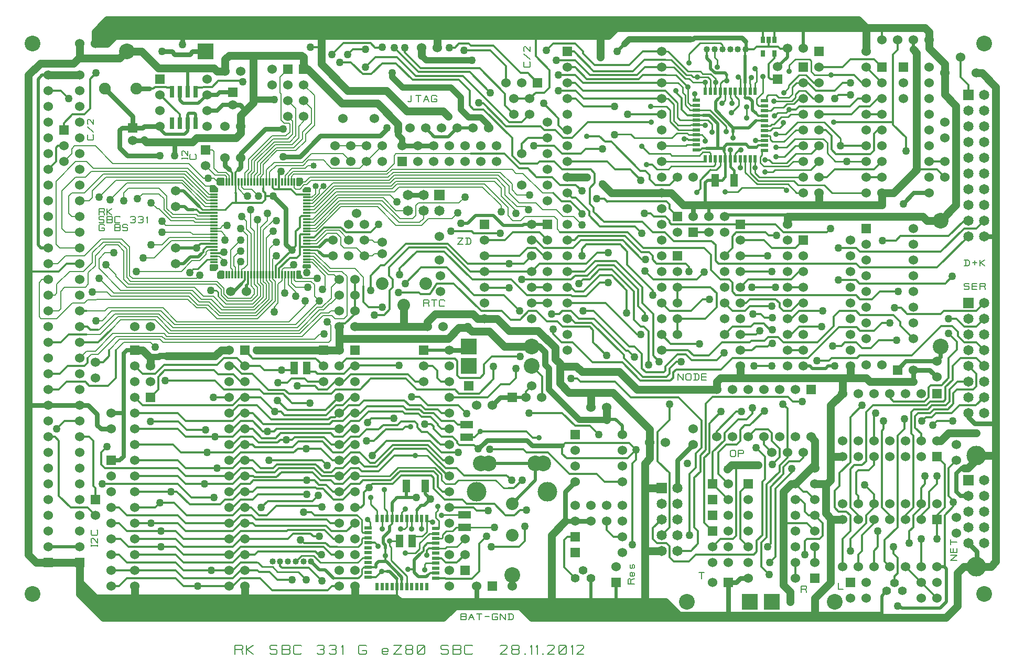
<source format=gbr>
G70*
%FSLAX25Y25*%
%ADD11C,0.03000*%
%ADD12C,0.01200*%
%ADD13C,0.05000*%
%ADD14C,0.00800*%
%ADD15C,0.02000*%
%ADD16C,0.01000*%
%ADD17C,0.02500*%
%ADD18C,0.04000*%
%ADD19C,0.01500*%
%ADD20C,0.06000*%
%ADD21C,0.08000*%
%ADD22C,0.04000*%
%ADD23R,0.06000X0.06000*%
%ADD24C,0.10000*%
%ADD25C,0.05500*%
%ADD26R,0.10000X0.10000*%
%ADD27R,0.06500X0.06500*%
%ADD28C,0.06500*%
%ADD29R,0.05000X0.08000*%
%ADD30C,0.07500*%
%ADD31C,0.12500*%
%ADD32R,0.05000X0.01200*%
%ADD33R,0.01200X0.05000*%
%ADD34R,0.02500X0.07500*%
%ADD35R,0.02500X0.04000*%
%ADD36R,0.05000X0.02000*%
%ADD37R,0.02000X0.05000*%
%ADD38R,0.08000X0.05000*%
%ADD39C,0.00600*%
%ADD40C,0.05000*%
%ADD41C,0.03500*%
D11*
X518750Y578750D02*
X528750Y578750D01*
D12*
X425635Y379992D02*
X429698Y384055D01*
X458137Y384055*
X461887Y387805*
X596250Y630000D02*
X591250Y625000D01*
X583125Y625000*
X553750Y654375*
X523750Y654375*
X511875Y666250*
X498125Y666250*
X491885Y660010*
X491889Y660010*
D13*
X632500Y590000D02*
X620000Y590000D01*
D12*
X545000Y420000D02*
X539387Y420000D01*
X531267Y428120*
X527516Y428120*
X524704Y430933*
X524704Y433121*
X523141Y434683*
X514390Y434683*
X512203Y432496*
X503140Y432496*
X500327Y429683*
X492514Y429683*
X487826Y424995*
X487822Y425000*
X482500Y425000*
X477500Y420000*
X475000Y420000*
D14*
X419094Y587028D02*
X419094Y591594D01*
X421250Y593750*
X421250Y600000*
X433750Y612500*
X443750Y612500*
X447500Y616250*
X447500Y633750*
X442500Y638750*
X395472Y573248D02*
X390502Y573248D01*
X375625Y588125*
X333125Y588125*
X322500Y577500*
D13*
X841250Y593750D02*
X841250Y594068D01*
D12*
X840312Y595006D01*
X855038Y595006*
X860037Y590006*
D11*
X375625Y680000D02*
X375625Y674375D01*
D13*
X730000Y462500D02*
X730000Y470000D01*
X730000Y462500D02*
X717500Y462500D01*
X715000Y460000*
X715000Y455000*
D12*
X690000Y520000D02*
X690000Y510000D01*
D14*
X405315Y587028D02*
X405315Y590935D01*
X403125Y593125*
X398125Y593125*
X395625Y595625*
X395625Y606250*
X394375Y607500*
X390000Y607500*
D13*
X277500Y350000D02*
X282500Y345000D01*
D12*
X277500Y350000D02*
X282500Y345000D01*
X777500Y365000D02*
X772500Y370000D01*
X757500Y370000*
D15*
X378750Y624375D02*
X378750Y619425D01*
X376825Y617500*
X364375Y617500*
X361250Y620625*
X361250Y622500*
D16*
X433750Y504375D02*
X433750Y507500D01*
D14*
X436250Y510000D01*
X436250Y521875*
X438750Y524375*
X438750Y527943*
D16*
X438780Y527972D01*
D13*
X795000Y462500D02*
X795000Y452500D01*
D12*
X757218Y445622D02*
X760000Y442840D01*
X760000Y415000*
D15*
X550000Y621250D02*
X544375Y615625D01*
X535625Y615625*
X530000Y621250*
D11*
X343750Y621500D02*
X350250Y621500D01*
X351250Y622500*
X361250Y622500*
D16*
X734092Y634696D02*
X734092Y627821D01*
D13*
X415000Y322500D02*
X405000Y322500D01*
D12*
X545000Y430000D02*
X540017Y430000D01*
X537829Y432188*
X537829Y433121*
X533142Y437809*
X527516Y437809*
X525641Y439684*
X516891Y439684*
X515641Y440934*
X493764Y440934*
X487830Y435000*
X482500Y435000*
X477500Y430000*
X475000Y430000*
X650000Y635000D02*
X630625Y635000D01*
X625625Y640000*
X620000Y640000*
X730000Y480000D02*
X737500Y480000D01*
X740000Y482500*
X747500Y482500*
X749375Y484375*
X750625Y484375*
D16*
X702081Y635767D02*
X698644Y635767D01*
X696902Y637509*
X696902Y647197*
D12*
X491889Y671261D02*
X483761Y671261D01*
X480625Y668125*
D16*
X536638Y366648D02*
X538454Y366648D01*
X538454Y371554*
X536579Y373430*
X536579Y376867*
X537829Y378117*
X537829Y380617*
D12*
X485000Y450000D02*
X482500Y450000D01*
X477500Y445000*
X473138Y445000*
X466884Y438746*
X440323Y438746*
X438136Y440934*
X434073Y440934*
X405000Y380000D02*
X407500Y380000D01*
X412500Y385000*
X420010Y385000*
X423440Y388430*
X454387Y388430*
D14*
X423125Y563125D02*
X423031Y563031D01*
X423031Y527972*
D13*
X761875Y320000D02*
X761875Y326250D01*
X757500Y330625*
X757500Y370000*
D14*
X613125Y664375D02*
X614375Y664375D01*
D12*
X625000Y664375D01*
X634375Y655000*
X664375Y655000*
X669375Y660000*
X680000Y660000*
D11*
X412500Y602500D02*
X412500Y596250D01*
X411250Y595000*
D12*
X409252Y593002D01*
X409252Y587028*
X556268Y439684D02*
X550955Y444997D01*
X531579Y444997*
X526266Y450309*
X521249Y450309*
X521258Y450301*
X610000Y503125D02*
X615000Y503125D01*
X616875Y505000*
X622500Y505000*
X627500Y500000*
X637211Y500000*
X657524Y479686*
X658775Y479686*
X662837Y475623*
X733779Y671250D02*
X733553Y671250D01*
X529375Y433121D02*
X533454Y433121D01*
X535017Y431558*
X535017Y429996*
X540012Y425000*
X547200Y425000*
X550330Y421870*
X550330Y420933*
X551580Y419682*
X560956Y419682*
X563456Y417182*
D14*
X475000Y525000D02*
X470000Y520000D01*
X470000Y513125*
X464063Y507188*
X461262Y507188*
X448449Y494375*
X369375Y494375*
X360625Y503125*
X332500Y503125*
X322500Y493125*
X321875Y493125*
D12*
X316875Y493125D01*
X315000Y495000*
X310000Y495000*
X492514Y422183D02*
X497202Y422183D01*
X504702Y429683*
X515641Y429683*
X517203Y431246*
X520641Y431246*
X330000Y380000D02*
X335000Y380000D01*
X340000Y375000*
X372500Y375000*
X377500Y370000*
X405000Y370000*
X517203Y522501D02*
X527204Y532502D01*
X543455Y532502*
X560956Y515001*
X579707Y515001*
X589708Y505000*
D14*
X395472Y577185D02*
X391565Y577185D01*
X376875Y591875*
X325000Y591875*
X313125Y580000*
X305000Y580000*
X303125Y578125*
X303125Y566875*
X305000Y565000*
X310000Y565000*
D12*
X415000Y430000D02*
X420000Y430000D01*
X425942Y424058*
X434698Y424058*
X437823Y427183*
X469705Y427183*
X471888Y425000*
X477500Y425000*
X482500Y430000*
X485000Y430000*
X630000Y505000D02*
X636898Y505000D01*
X659399Y482499*
X662837Y482499*
X667525Y477811*
X667525Y468436*
X670025Y465935*
X681589Y465935*
X682526Y466873*
X682526Y469686*
X690027Y477186*
X695652Y477186*
X699090Y473748*
X715028Y473748*
X719716Y478436*
X475000Y390000D02*
X471256Y390000D01*
X466887Y394368*
X462200Y394368*
X459387Y397181*
X454387Y397181*
D14*
X461250Y525625D02*
X451875Y525625D01*
X449528Y527972*
X448622Y527972*
D12*
X669400Y530314D02*
X674713Y525002D01*
X702527Y525002*
X707215Y529689*
D13*
X892500Y552500D02*
X892500Y647500D01*
X883750Y656250*
X880000Y656250*
X463750Y672823D02*
X463750Y688125D01*
X464375Y687500*
D12*
X415000Y400000D02*
X420635Y400000D01*
X421266Y399369*
X435323Y399369*
X438448Y402494*
X458137Y402494*
X463137Y397494*
X469707Y397494*
X472200Y395000*
X477500Y395000*
X482500Y400000*
X485000Y400000*
D13*
X544375Y628750D02*
X541250Y631875D01*
X518125Y631875*
X505000Y645000*
X480625Y645000*
X463750Y661875*
X463750Y672823*
D15*
X504390Y345615D02*
X500015Y345615D01*
X498452Y344053*
X498452Y341865*
D12*
X498452Y341844D01*
X493331Y341844*
D13*
X597500Y482500D02*
X580000Y482500D01*
X570625Y491875*
X559375Y491875*
X556875Y494375*
X556875Y495000D02*
X556875Y494375D01*
D12*
X368125Y390000D02*
X371875Y390000D01*
X380000Y381875*
X399375Y381875*
X402500Y385000*
X407500Y385000*
X412500Y390000*
X415000Y390000*
D15*
X545000Y480000D02*
X528750Y480000D01*
D12*
X597500Y510000D02*
X607500Y510000D01*
X511835Y329640D02*
X511835Y334677D01*
D15*
X508765Y337747D01*
X508765Y337802*
X507203Y339365*
X505640Y339365*
D12*
X502202Y339365D01*
D13*
X635000Y443750D02*
X635000Y453125D01*
X628750Y453125*
D11*
X700000Y420000D02*
X690000Y410000D01*
X690000Y392500*
D12*
X571250Y643750D02*
X558125Y656875D01*
X525625Y656875*
X510000Y672500*
D17*
X857500Y482500D02*
X857500Y475625D01*
X855000Y473125*
D18*
X515000Y610000D02*
X515000Y614375D01*
X512500Y616875*
X512500Y619375*
D13*
X512500Y623750D01*
X499375Y636875*
X476875Y636875*
X455000Y658750*
X452500Y658750*
D15*
X383750Y624375D02*
X383750Y630000D01*
X383125Y630625*
X379650Y630625*
X378750Y629725*
X378750Y624375*
D14*
X440748Y527972D02*
X440625Y527849D01*
X440625Y516250*
D16*
X707840Y623133D02*
X707528Y623133D01*
X707528Y623168*
X702081Y623168*
D17*
X407500Y644000D02*
X399000Y644000D01*
X397500Y642500*
X391250Y642500*
D12*
X320000Y375000D02*
X315000Y380000D01*
X304375Y380000*
X296875Y387500*
X296875Y422500*
X294375Y425000*
X290000Y425000*
D14*
X482500Y610000D02*
X492500Y610000D01*
D15*
X733183Y667169D02*
X733183Y650009D01*
D12*
X733183Y644822D01*
D15*
X733183Y667169D02*
X733154Y667198D01*
D12*
X733183Y667169D01*
X748125Y673136D02*
X740655Y673136D01*
X738769Y671250*
X733779Y671250*
D11*
X390000Y670000D02*
X381875Y670000D01*
X380000Y668125*
X370625Y668125*
X368750Y670000*
X362500Y670000*
D13*
X795000Y462500D02*
X800000Y462500D01*
D14*
X421063Y527972D02*
X421063Y555812D01*
X418750Y558125*
X418750Y569375*
D12*
X760000Y671573D02*
X755656Y671573D01*
X754093Y673136*
X748125Y673136*
D13*
X780000Y572500D02*
X780000Y580000D01*
D12*
X620000Y580000D02*
X623125Y576875D01*
X625652Y576875*
X634086Y568442*
X634086Y565629*
X640961Y558754*
X663150Y558754*
X667525Y554378*
X502489Y672511D02*
X502500Y672500D01*
X497838Y672500*
X495014Y675324*
X477826Y675324*
X470638Y668136*
X570957Y416870D02*
X592208Y416870D01*
X594083Y414995*
X607834Y414995*
X621579Y401250*
X638750Y401250*
X643750Y396250*
X655000Y396250*
X475000Y350000D02*
X470316Y350000D01*
X465316Y355000*
X412500Y355000*
X407500Y350000*
X405000Y350000*
D14*
X310000Y475000D02*
X314375Y479375D01*
X320000Y479375*
X331250Y490625*
X363750Y490625*
X365625Y488750*
X451575Y488750*
X464700Y501875*
X470625Y501875*
X472500Y500000*
X478125Y500000*
X480000Y501875*
X480000Y526875*
X476875Y530000*
X468750Y530000*
X458967Y539783*
X454528Y539783*
X426969Y527972D02*
X426969Y556344D01*
X433125Y562500*
X435000Y562500*
D12*
X485000Y410000D02*
X487196Y410000D01*
X491264Y405932*
X499071Y405932*
X510322Y417182*
X530641Y417182*
X542830Y404994*
X549705Y404994*
X554393Y400306*
X581582Y400306*
X584707Y397181*
D16*
X739482Y644822D02*
X739482Y649775D01*
X740655Y650947*
X740655Y657822*
X739405Y659073*
D12*
X300000Y620000D02*
X300000Y624375D01*
X305625Y630000*
X313125Y630000*
X316875Y633750*
X316875Y652500*
X320625Y656250*
X720000Y510000D02*
X725000Y505000D01*
X733125Y505000*
X736250Y508125*
X750000Y508125*
X463750Y672823D02*
X456887Y672823D01*
X454528Y565374D02*
X450999Y565374D01*
X450000Y564375*
X450000Y558125*
X447500Y555625*
X447500Y546250*
X445000Y543750*
X655000Y361250D02*
X649375Y361250D01*
X645000Y365625*
X645000Y371250*
X361250Y383125D02*
X370000Y383125D01*
X378125Y375000*
X407500Y375000*
X412500Y380000*
X415000Y380000*
X581250Y650000D02*
X581250Y660625D01*
X571250Y670625*
X554375Y670625*
D16*
X696902Y647197D02*
X689099Y655000D01*
X682839Y655000*
D12*
X668125Y655000D01*
X665625Y652500*
X632500Y652500*
X625000Y660000*
X620000Y660000*
D16*
X393445Y518126D02*
X396883Y518126D01*
X398125Y516884*
X398125Y514375*
D14*
X403125Y509375D01*
X420000Y509375*
X425000Y514375*
X425000Y520625*
X423031Y522594*
X423031Y527972*
X425000Y527972D02*
X425000Y558125D01*
X429375Y562500*
X429375Y566875*
D12*
X663750Y416557D02*
X658437Y411244D01*
X619710Y411244*
X616897Y414057*
X616897Y419057*
X475000Y330000D02*
X470638Y330000D01*
X467814Y327177*
X432521Y327177*
X424698Y335000*
X412500Y335000*
X407500Y330000*
X405000Y330000*
X545000Y390000D02*
X540948Y390000D01*
X537829Y393118*
X537829Y400306*
X535017Y403119*
X513765Y403119*
X507828Y397181*
X490320Y397181*
X488139Y395000*
X482500Y395000*
X477500Y390000*
X475000Y390000*
D16*
X730033Y601515D02*
X730033Y595944D01*
X730029Y595944*
D14*
X472500Y610000D02*
X482500Y610000D01*
D16*
X726884Y601515D02*
X726884Y604987D01*
X729091Y607194*
X730342Y607194*
D14*
X326875Y534375D02*
X333125Y528125D01*
X333125Y526875*
X340000Y520000*
X383125Y520000*
X388750Y514375*
X395000Y514375*
X401875Y507500*
X420625Y507500*
X426875Y513750*
X426875Y521250*
X425000Y523125*
X425000Y527972*
D12*
X405000Y370000D02*
X407500Y370000D01*
X412500Y375000*
X419384Y375000*
X422205Y372179*
X467208Y372179*
X469388Y370000*
X475000Y370000*
D14*
X395472Y575217D02*
X391033Y575217D01*
X376250Y590000*
X326875Y590000*
X318125Y581250*
X318125Y576875*
X316250Y575000*
X310000Y575000*
D12*
X545000Y450000D02*
X569375Y450000D01*
X577810Y458435*
X583457Y458435*
X587520Y462498*
X587520Y468436*
D14*
X423031Y587028D02*
X423031Y590531D01*
X425000Y592500*
X425000Y598750*
X435000Y608750*
X446250Y608750*
X451875Y614375*
X451875Y618750*
X457500Y624375*
X457500Y633750*
X452500Y638750*
X493125Y600625D02*
X492500Y600000D01*
D12*
X712500Y395000D02*
X722500Y385000D01*
X596250Y640000D02*
X600000Y643750D01*
X605625Y643750*
X608750Y646875*
X608750Y658125*
X600000Y666875*
X600000Y682500*
X330000Y370000D02*
X335000Y370000D01*
X340000Y365000*
X361875Y365000*
X620000Y670000D02*
X624375Y670000D01*
X636875Y657500*
X661875Y657500*
X669073Y664698*
X682526Y664698*
D16*
X686276Y664698D01*
X695964Y655010*
X698777Y655010*
X700027Y653760*
X702840Y653760*
X707840Y613132D02*
X707840Y614695D01*
X705666Y616869*
X702081Y616869*
D14*
X409252Y527972D02*
X409252Y532623D01*
X408125Y533750*
X408125Y539375*
X412500Y543750*
X412500Y543125*
D12*
X465000Y460000D02*
X455009Y460000D01*
X453137Y461873*
X444699Y461873*
X442198Y459372*
X436261Y459372*
D14*
X467513Y498125D02*
X469700Y495937D01*
X469700Y486249*
X468451Y485000*
X363125Y485000*
X361250Y486875*
X335625Y486875*
X328750Y480000*
D12*
X328750Y476250D01*
X325000Y472500*
X320000Y472500*
X614375Y645000D02*
X625625Y645000D01*
X630625Y640000*
X680000Y640000*
D15*
X384375Y545000D02*
X385625Y546250D01*
D12*
X387032Y547657D01*
X395472Y547657*
X546250Y555625D02*
X559375Y555625D01*
X560625Y554375*
X577500Y554375*
X597500Y520000D02*
X607500Y520000D01*
D14*
X395472Y551594D02*
X367219Y551594D01*
X362500Y546875*
X355625Y546875*
D12*
X290000Y645000D02*
X298125Y645000D01*
X303125Y640000*
D16*
X513516Y358741D02*
X513525Y358750D01*
X511265Y358750*
X511265Y358741*
X507203Y358741*
X680000Y640000D02*
X684089Y640000D01*
X687839Y636250*
X687839Y625945*
X690652Y623133*
X698465Y623133*
X698429Y623168*
X702081Y623168*
D12*
X629375Y566567D02*
X629375Y567500D01*
X622183Y574692*
X616558Y574692*
X611250Y580000*
D14*
X604375Y580000D01*
X591875Y592500*
X587500Y592500*
X585000Y595000*
X508750Y595000*
X505631Y591881*
X446256Y591881*
X444685Y590310*
X444685Y587028*
D12*
X744375Y685000D02*
X744375Y677500D01*
X432874Y587028D02*
X432874Y583376D01*
X433750Y582500*
X436875Y582500*
D16*
X780000Y650000D02*
X776916Y650000D01*
X771907Y655010*
X767531Y655010*
X760969Y648447*
X760969Y646884*
X757843Y643759*
D11*
X700000Y572500D02*
X700000Y565000D01*
D12*
X396258Y425000D02*
X407500Y425000D01*
X412500Y430000*
X415000Y430000*
X747500Y540000D02*
X730000Y540000D01*
D16*
X493331Y360742D02*
X490140Y360742D01*
X489389Y359991*
X489389Y357179*
X487201Y354991*
X473763Y354991*
D12*
X469075Y354991D01*
X466575Y357491*
X452824Y357491*
X450636Y359679*
X450636Y359366*
X405000Y410000D02*
X407500Y410000D01*
X412500Y415000*
X446267Y415000*
X448761Y417495*
X454074Y417495*
D16*
X723734Y644822D02*
X723734Y640678D01*
X724716Y639696*
X724716Y636884*
D12*
X405000Y430000D02*
X407500Y430000D01*
X412500Y435000*
X420000Y435000*
X426567Y428433*
X429385Y428433*
D15*
X517750Y393750D02*
X517750Y386477D01*
X517516Y386243*
X524079Y386243D02*
X517516Y386243D01*
D12*
X433125Y578125D02*
X428125Y578125D01*
D13*
X415000Y322500D02*
X415000Y330000D01*
D15*
X522829Y340615D02*
X522829Y338740D01*
X525641Y335927*
X530641Y335927*
X531579Y336865*
D12*
X533016Y338301D01*
X536638Y338301*
X789408Y625008D02*
X827223Y625008D01*
X405000Y350000D02*
X376250Y350000D01*
X371250Y355000*
X361875Y355000*
D16*
X536638Y360348D02*
X540374Y360348D01*
X540955Y360929*
X540955Y362804*
X543142Y364991*
X547205Y364991*
X549455Y367242*
X554706Y367242*
D13*
X880351Y342500D02*
X880000Y342500D01*
X820000Y310000D02*
X860674Y310000D01*
X868163Y317489*
X868163Y338437*
X872226Y342500*
X880000Y342500*
X820000Y310000D02*
X777500Y310000D01*
D15*
X823125Y326875D02*
X820000Y323750D01*
X820000Y310000*
D11*
X875000Y357500D02*
X880351Y352149D01*
X880351Y342500*
X875000Y440000D02*
X875000Y437500D01*
X879067Y433433*
X892500Y433433*
D13*
X511250Y322500D02*
X415000Y322500D01*
D16*
X493331Y348144D02*
X490042Y348144D01*
X486889Y344990*
X463137Y344990*
X458762Y349366*
X451201Y349366*
X447461Y345625*
X493331Y341844D02*
X490639Y341844D01*
X489389Y340594*
X489389Y337177*
X487514Y335302*
D12*
X487201Y334990D01*
X471575Y334990*
D15*
X466262Y340302D01*
X462626Y340302*
X457303Y345625*
D12*
X750000Y530000D02*
X730000Y530000D01*
D14*
X413189Y527972D02*
X413189Y531186D01*
X413878Y531875*
X414375Y531875*
X416875Y534375*
X416875Y553125*
X412500Y557500*
X425000Y587028D02*
X425000Y590000D01*
X426875Y591875*
X426875Y598125*
X435625Y606875*
X447500Y606875*
X453750Y613125*
X453750Y617500*
X459375Y623125*
X459375Y641875*
X452500Y648750*
D16*
X736333Y644822D02*
X736333Y649438D01*
X736279Y649384*
X736279Y652510*
X737217Y653447*
D11*
X402500Y602500D02*
X402500Y597500D01*
X405000Y595000*
D12*
X407283Y592717D01*
X407283Y587028*
D16*
X726884Y644822D02*
X726884Y641591D01*
X729091Y639384*
X729091Y635634*
X724404Y630946*
D12*
X597500Y530000D02*
X597521Y530000D01*
X602521Y535000*
X632208Y535000*
X639086Y541878*
X646274Y541878*
X330000Y350000D02*
X335000Y350000D01*
X340000Y345000*
X371250Y345000*
X376250Y340000*
X393750Y340000*
X625000Y361250D02*
X620000Y361250D01*
X618125Y359375*
X618125Y341875*
X625000Y335000*
X290000Y465000D02*
X297500Y465000D01*
X302500Y470000*
X313125Y470000*
X315000Y471875*
X315000Y475000*
D14*
X317500Y477500D01*
X321875Y477500*
X333125Y488750*
X362500Y488750*
X364375Y486875*
X459375Y486875*
X462499Y489999*
X465637Y489999*
X465637Y490312*
D16*
X721279Y619070D02*
X721279Y622195D01*
X710857Y632617*
X702081Y632617*
D13*
X567500Y500000D02*
X563125Y500000D01*
X560000Y503125*
X536250Y503125*
X531250Y498125*
X531250Y495000*
D12*
X597500Y457500D02*
X593750Y453750D01*
X593750Y450000*
X364375Y460625D02*
X396256Y460625D01*
X401881Y455000*
X424385Y455000*
X427200Y452184*
X439386Y452184*
X445324Y446247*
X456574Y446247*
X601250Y650000D02*
X595000Y656250D01*
X590625Y656250*
X573125Y673750*
X558750Y673750*
X557500Y675000*
X551250Y675000*
X548750Y672500*
X545000Y672500*
X793750Y610000D02*
X810000Y610000D01*
D14*
X454528Y535846D02*
X457904Y535846D01*
X466250Y527500*
X466250Y520625*
X464375Y518750*
X417126Y587028D02*
X417126Y592126D01*
X419375Y594375*
X419375Y600625*
X433125Y614375*
X442500Y614375*
X445625Y617500*
X445625Y625625*
X442500Y628750*
D11*
X562500Y320000D02*
X562500Y330000D01*
D12*
X885000Y480000D02*
X880001Y484999D01*
X872538Y484999*
X868475Y489062*
X868475Y491562*
X864725Y495312*
X857812Y495312*
X839061Y476561*
X805971Y476561*
X804409Y474998*
X788158Y474998*
X786595Y473436*
X778782Y473436*
D13*
X810000Y685000D02*
X810000Y670000D01*
D16*
X499236Y372947D02*
X499236Y377958D01*
X495327Y381868*
X495327Y386243*
D13*
X777500Y405000D02*
X777500Y407500D01*
D12*
X725654Y615007D02*
X725654Y618757D01*
D15*
X725654Y621258D01*
D12*
X464075Y333427D02*
X455949Y341553D01*
X438761Y341553*
X437618Y342695*
X437618Y345625*
X324375Y395000D02*
X372500Y395000D01*
X381250Y386250*
X395625Y386250*
D16*
X505535Y372947D02*
X505535Y377597D01*
X503765Y379367*
X503765Y391243*
D13*
X730000Y462500D02*
X795000Y462500D01*
X485000Y322500D02*
X485000Y330000D01*
D12*
X475000Y400000D02*
X477500Y400000D01*
X482500Y405000*
X487508Y405000*
X489389Y403119*
X500015Y403119*
X510015Y413120*
X523454Y413120*
D15*
X406250Y517500D02*
X408125Y517500D01*
X413125Y522500*
D12*
X415157Y524532D01*
X415157Y527972*
X765000Y345000D02*
X765000Y335000D01*
X511835Y322500D02*
X511835Y329640D01*
D13*
X775000Y425000D02*
X777500Y422500D01*
X777500Y407500*
D14*
X391875Y589375D02*
X395625Y589375D01*
X397972Y587028*
X401378Y587028*
X454528Y547657D02*
X460782Y547657D01*
X467500Y554375*
X473450Y554375*
X476250Y551575*
X476250Y546875*
X478125Y545000*
X486250Y545000*
X491250Y540000*
D16*
X810000Y600000D02*
X810000Y600006D01*
X797846Y600006*
D14*
X475000Y515000D02*
X469688Y509688D01*
X469063Y509688*
X465000Y505625*
X462512Y505625*
X449386Y492500*
X368125Y492500*
X359375Y501250*
X334375Y501250*
X323125Y490000*
X314375Y490000*
D12*
X303125Y490000D01*
X298125Y485000*
X290000Y485000*
D13*
X290000Y345000D02*
X310000Y345000D01*
D16*
X573769Y367179D02*
X554643Y367179D01*
X554706Y367242*
D12*
X536638Y347750D02*
X540070Y347750D01*
X542830Y344990*
X549990Y344990*
X555000Y350000*
X556250Y424750D02*
X561023Y424750D01*
X564706Y428433*
D15*
X585000Y382500D02*
X599708Y397208D01*
X599708Y407878*
X599764Y407933*
D13*
X788125Y372500D02*
X795000Y372500D01*
X355000Y470000D02*
X355000Y475000D01*
X354375Y475625*
D12*
X678463Y472811D02*
X674713Y476561D01*
X674713Y503125*
X667838Y510001*
X667838Y520001*
X651274Y536565*
X637838Y536565*
X631273Y530000*
X620000Y530000*
D16*
X702081Y610570D02*
X696215Y610570D01*
X695645Y610000*
X680000Y610000*
D14*
X454528Y549626D02*
X460251Y549626D01*
X466875Y556250*
X475000Y556250*
X481250Y550000*
X395472Y553563D02*
X382062Y553563D01*
X380625Y555000*
X362500Y555000*
D12*
X485000Y505000D02*
X485000Y515000D01*
X429385Y428433D02*
X433760Y428433D01*
X435323Y429996*
X470633Y429996*
X470638Y430000*
X475000Y430000*
X405000Y420000D02*
X407500Y420000D01*
X412500Y425000*
X420010Y425000*
X423765Y421245*
X435948Y421245*
X437823Y423120*
X441573Y423120*
D16*
X502386Y372947D02*
X502386Y366242D01*
X502452Y366242*
X720585Y644822D02*
X720585Y639002D01*
X718466Y636884*
D14*
X511875Y574375D02*
X507495Y578755D01*
X473755Y578755*
X458406Y563406*
X454528Y563406*
X550625Y567500D02*
X546875Y563750D01*
X531875Y563750*
X527500Y559375*
X511250Y559375*
X499371Y571254*
X476254Y571254*
X460531Y555531*
X454528Y555531*
D12*
X825000Y497500D02*
X820035Y497500D01*
X815034Y492500*
X806284Y492500*
X804096Y494687*
X792846Y494687*
X773157Y474998*
X725029Y474998*
X717841Y467810*
X689401Y467810*
X687526Y465935*
X687526Y462498*
X685651Y460623*
X666588Y460623*
X655024Y472186*
X636273Y472186*
X623460Y484999*
X616584Y484999*
X611272Y490312*
X611272Y493437*
D11*
X505625Y621250D02*
X506250Y621250D01*
X501250Y616250*
X463125Y616250*
X450000Y603125*
X439375Y603125*
D13*
X777500Y405000D02*
X775000Y405000D01*
X765000Y395000*
D12*
X446625Y468750D02*
X446625Y467185D01*
X438448Y467185*
D13*
X669375Y392500D02*
X669375Y408125D01*
X672500Y411250*
X672500Y421250*
D14*
X419094Y527972D02*
X419094Y520906D01*
X421250Y518750*
X421250Y515625*
X418750Y513125*
X404375Y513125*
X401875Y515625*
X401875Y519375*
X397500Y523750*
X342500Y523750*
X340000Y526250*
X340000Y544379*
X335629Y548750*
X325000Y548750*
X318125Y541875*
X318125Y535625*
X312500Y530000*
X303750Y530000*
X295625Y521875*
X295625Y516250*
X294375Y515000*
X290000Y515000*
D12*
X290000Y455000D02*
X296875Y455000D01*
X301875Y460000*
X313750Y460000*
X316250Y457500*
X328125Y457500*
X333125Y462500*
X333125Y480000*
D14*
X338125Y485000D01*
X355000Y485000*
X358125Y481875*
D16*
X555000Y360000D02*
X549991Y354991D01*
X543455Y354991*
X542513Y354049*
X536638Y354049*
D13*
X850000Y677500D02*
X850000Y671875D01*
X860000Y661875*
X860000Y656250*
X820000Y685000D02*
X847500Y685000D01*
X850000Y682500*
X850000Y677500*
X820000Y685000D02*
X810000Y685000D01*
D16*
X518134Y372947D02*
X518134Y367797D01*
X516578Y366242*
X514078Y366242*
D14*
X438780Y527972D02*
X438780Y531280D01*
X440000Y532500*
X444375Y532500*
X446250Y534375*
D13*
X672500Y421250D02*
X672500Y429683D01*
X649058Y453125*
X628750Y453125*
X621272Y453125*
X615334Y459063*
X615334Y469686*
D16*
X745388Y607027D02*
X743780Y607027D01*
X743780Y604069*
X742842Y603131*
X742842Y599069*
X745030Y596881*
X760656Y596881*
X763775Y600000*
X770000Y600000*
D12*
X620000Y520000D02*
X622500Y520000D01*
X625311Y517189*
X630648Y517189*
X640961Y527502*
X648461Y527502*
X657837Y518126*
X657837Y503750*
X738125Y503125D02*
X743125Y503125D01*
X745625Y500625*
X750625Y500625*
X391258Y414995D02*
X391263Y415000D01*
X407500Y415000*
X412500Y420000*
X415000Y420000*
X708947Y671250D02*
X708947Y667198D01*
D15*
X708947Y665779D01*
X711278Y663448*
X711278Y659073*
X714091Y656260*
X720341Y656260*
X721591Y655010*
D12*
X721591Y651260D01*
D16*
X493331Y363892D02*
X490176Y363892D01*
X489389Y364679*
X489389Y372179*
X486576Y374992*
D12*
X459387Y374992D01*
X457512Y376867*
X452512Y376867*
D14*
X428937Y527972D02*
X428937Y551437D01*
X433125Y555625*
D12*
X596250Y640000D02*
X586250Y640000D01*
X723734Y601515D02*
X723734Y606837D01*
X723779Y606882*
X723779Y607194*
D16*
X530732Y371242D02*
X530732Y372947D01*
D12*
X669713Y537815D02*
X667525Y537815D01*
X655337Y550003*
X628776Y550003*
X623772Y545000*
X605000Y545000*
X600000Y550000*
X597500Y550000*
D16*
X530732Y371242D02*
X534392Y371242D01*
D12*
X534392Y370617D01*
D14*
X386570Y527814D02*
X384381Y525625D01*
X343750Y525625*
X341875Y527500*
X341875Y545629*
X336879Y550625*
X323750Y550625*
X313125Y540000*
X301250Y540000*
X296250Y535000*
X290000Y535000*
D12*
X670338Y598131D02*
X674088Y598131D01*
D16*
X677213Y595006D01*
X684401Y595006*
X686276Y596881*
X713153Y596881*
X714285Y598014*
X714285Y601515*
D12*
X545000Y410000D02*
X541267Y410000D01*
X531585Y419682*
X509078Y419682*
X497827Y408432*
X494702Y408432*
X488133Y415000*
X482500Y415000*
X477500Y410000*
X475000Y410000*
D16*
X718789Y671250D02*
X718789Y674062D01*
X717528Y675324*
X704402Y675324*
X697527Y668448*
X697527Y662823*
X521283Y372947D02*
X521283Y366242D01*
X521217Y366242*
D13*
X820000Y580000D02*
X827500Y580000D01*
X841250Y593750*
D12*
X508685Y372947D02*
X508685Y369599D01*
X507203Y368117*
D15*
X507203Y364991D01*
X503140Y360929*
X503140Y357179*
X504390Y355928*
X504390Y354053*
D12*
X504390Y349366D01*
D16*
X730033Y644822D02*
X730033Y652505D01*
X728779Y653760*
D14*
X444685Y527972D02*
X444685Y522815D01*
X447499Y520001*
X455324Y520001*
D12*
X777500Y385000D02*
X772507Y389993D01*
X770007Y389993*
X765000Y395000*
D14*
X395472Y559469D02*
X364906Y559469D01*
X362500Y561875*
D16*
X518134Y329640D02*
X518134Y336247D01*
X508140Y346240*
X508140Y354678*
X507203Y355616*
X507203Y358741*
D18*
X597500Y482500D02*
X602500Y482500D01*
X606250Y478750*
X606250Y470644*
X608459Y468436*
X608459Y454997*
X627831Y435625*
X645000Y435625*
D13*
X645000Y435933D01*
D16*
X680000Y650000D02*
X690661Y650000D01*
X693464Y647197*
X693464Y643759*
X695027Y642196*
X695027Y635851*
X698261Y632617*
X702081Y632617*
D13*
X715000Y455000D02*
X664397Y455000D01*
X653149Y466248*
X629398Y466248*
X625960Y469686*
X615334Y469686*
D12*
X598750Y610000D02*
X611875Y610000D01*
X616875Y605000*
X628750Y605000*
X631875Y608125*
X642500Y608125*
X485000Y470000D02*
X485000Y470311D01*
X513140Y470311*
X409384Y573750D02*
X409384Y579991D01*
X409252Y580123*
D16*
X409252Y587028D01*
D14*
X407283Y527972D02*
X407283Y531467D01*
X406250Y532500*
X406250Y543750*
X412500Y550000*
D12*
X845000Y332500D02*
X835000Y342500D01*
X415000Y470000D02*
X424695Y470000D01*
X427510Y467185*
X438448Y467185*
X518766Y340615D02*
X522829Y340615D01*
D13*
X707840Y572500D02*
X700000Y572500D01*
D12*
X475000Y470000D02*
X479686Y474686D01*
X548768Y474686*
X550330Y473123*
X550330Y464060*
X551893Y462498*
X564706Y462498*
X567206Y464998*
X567206Y470936*
X572207Y475936*
X590020Y475936*
D16*
X514984Y372947D02*
X514984Y376836D01*
X517203Y379055*
D14*
X454528Y573248D02*
X458248Y573248D01*
X471255Y586255*
X507505Y586255*
X510625Y589375*
X575000Y589375*
X580625Y583750*
X580625Y578750*
X588125Y571250*
X593750Y571250*
X595625Y569375*
D13*
X855000Y422500D02*
X857500Y422500D01*
X862500Y427500*
X872500Y427500*
X872505Y427495*
X880000Y427495*
D15*
X715966Y608444D02*
X708465Y608444D01*
D12*
X705965Y608444D01*
X704941Y607420*
X702081Y607420*
X493139Y434058D02*
X495639Y436559D01*
X509703Y436559*
X788783Y482811D02*
X794408Y482811D01*
X796596Y484999*
X803750Y484999*
X803750Y485000*
X807500Y481250*
X813125Y481250*
X818125Y486250*
X829375Y486250*
D13*
X310000Y345000D02*
X310000Y332500D01*
X320000Y322500*
X345000Y322500*
D12*
X815000Y342500D02*
X815000Y352500D01*
X817500Y355000*
X817500Y365000*
D15*
X840000Y677500D02*
X840000Y671250D01*
D13*
X842224Y669026D01*
X842224Y594724*
X841250Y593750*
X669375Y392500D02*
X669375Y352500D01*
D12*
X760000Y500000D02*
X762500Y500000D01*
X767500Y505000*
X782500Y505000*
D14*
X454528Y567343D02*
X459843Y567343D01*
X473130Y580630*
X510005Y580630*
X513125Y583750*
X566250Y583750*
X578125Y571875*
X578125Y568125*
D12*
X597500Y540000D02*
X592502Y535002D01*
X583145Y535002*
X441573Y423120D02*
X445324Y423120D01*
X446886Y424683*
X465637Y424683*
X470325Y419995*
X475000Y419995*
X475000Y420000*
X415000Y420000D02*
X420010Y420000D01*
X421577Y418432*
X445636Y418432*
X449074Y421870*
X464393Y421870*
X471263Y415000*
X477500Y415000*
X482500Y420000*
X485000Y420000*
D14*
X528750Y568750D02*
X528750Y563750D01*
X526250Y561250*
X513125Y561250*
X501245Y573130*
X475630Y573130*
X460000Y557500*
X454528Y557500*
D11*
X407500Y636000D02*
X412125Y636000D01*
X415625Y632500*
D13*
X345000Y322500D02*
X345000Y330000D01*
D12*
X436811Y527972D02*
X436811Y531939D01*
X436875Y531875*
X443750Y538750*
X448125Y538750*
X450000Y540625*
X450000Y545625*
X697840Y362491D02*
X697840Y401244D01*
X701902Y405307*
X701902Y414370*
X705653Y418120*
X705653Y435308*
X690961Y450000*
X660647Y450000*
X650649Y459997*
X628460Y459997*
X626585Y461873*
X622522Y461873*
X395472Y541752D02*
X401875Y541752D01*
D15*
X401875Y542500D01*
D14*
X454528Y569311D02*
X459311Y569311D01*
X472505Y582505*
X508755Y582505*
X511875Y585625*
X567500Y585625*
X582500Y570625*
X582500Y565625*
X585625Y562500*
X590625Y562500*
X593125Y565000*
X611875Y565000*
X613750Y563125*
X613750Y556875*
X615625Y555000*
D12*
X658462Y555000D01*
X668462Y545000*
X707218Y545000*
X711590Y540628*
X711590Y530870*
X716903Y525557*
X717498Y525002*
X723154Y525002*
X725029Y523126*
X725029Y517188*
X727216Y515000*
X803750Y515000*
X806250Y512500*
X813750Y512500*
X818750Y517500*
X830625Y517500*
D16*
X521516Y358741D02*
X521516Y361554D01*
X527829Y361554*
X530732Y364457*
X530732Y371242*
D14*
X395472Y549626D02*
X368376Y549626D01*
X357500Y538750*
X350625Y538750*
D12*
X720585Y601515D02*
X720585Y605075D01*
X719716Y605944*
X719716Y606569*
D15*
X719716Y608757D01*
X719716Y609069*
X721591Y610944*
X733779Y610944*
X735654Y609069*
X740342Y609069*
D12*
X741449Y610176D01*
X745388Y610176*
D16*
X733183Y601515D02*
X733183Y593131D01*
X740684Y585630*
X760343Y585630*
X765974Y580000*
X770000Y580000*
D12*
X485000Y505000D02*
X485000Y503125D01*
X478750Y496875*
X476875Y496875*
X475000Y495000*
D13*
X682500Y320000D02*
X692500Y310000D01*
X730000Y310000*
D12*
X735000Y355000D02*
X730029Y359971D01*
X730029Y390029*
X735000Y395000*
X355005Y434683D02*
X372819Y434683D01*
X378132Y429371*
X390008Y429371*
D16*
X745388Y613326D02*
X739717Y613326D01*
X739717Y613445*
D12*
X430635Y409993D02*
X464076Y409993D01*
X467513Y406557*
X855000Y360000D02*
X855000Y372500D01*
D11*
X735000Y335000D02*
X730000Y335000D01*
X727500Y332500*
X722500Y332500*
D14*
X430906Y527972D02*
X430906Y544656D01*
X435000Y548750*
D16*
X554706Y375242D02*
X540330Y375242D01*
X540330Y374992*
D12*
X485000Y440000D02*
X488455Y440000D01*
X492827Y444371*
X515953Y444371*
X517828Y442496*
X526266Y442496*
X528766Y439996*
X535329Y439996*
X540330Y434996*
X548143Y434996*
X550389Y432750*
X556250Y432750*
X591250Y605000D02*
X591250Y611250D01*
X595000Y615000*
X607500Y615000*
D14*
X415157Y587028D02*
X415157Y592657D01*
X417500Y595000*
X417500Y601250*
X432500Y616250*
X441250Y616250*
X443750Y618750*
X443750Y623750*
X443125Y624375*
X440000Y624375*
X438125Y626250*
X438125Y643125*
X437500Y643750*
X437500Y653750*
X442500Y658750*
X454528Y537815D02*
X458435Y537815D01*
X468125Y528125*
X471875Y528125*
X475000Y525000*
D15*
X550000Y621250D02*
X560000Y621250D01*
D11*
X840000Y467498D02*
X840000Y467500D01*
D14*
X300000Y600000D02*
X305000Y605000D01*
X305000Y608125*
X306875Y610000*
X320000Y610000*
X331250Y598750*
X379375Y598750*
X388750Y589375*
X391875Y589375*
D13*
X669375Y352500D02*
X680000Y352500D01*
X800000Y462500D02*
X810000Y462500D01*
X812500Y460000*
X840000Y460000*
D11*
X840000Y467498D01*
D13*
X402500Y657500D02*
X402500Y665000D01*
X405000Y667500*
X420625Y667500*
D12*
X327500Y418750D02*
X323750Y415000D01*
X323750Y407500*
X326250Y405000*
X372500Y405000*
X377500Y400000*
X405000Y400000*
X564706Y428433D02*
X594083Y428433D01*
X598146Y424370*
X602209Y424370*
D11*
X361250Y603750D02*
X340625Y603750D01*
X335625Y608750*
X335625Y620000*
X337125Y621500*
X343750Y621500*
D12*
X669400Y500313D02*
X669400Y503750D01*
X665025Y508126*
X665025Y518751*
X649711Y534065*
X639400Y534065*
X632835Y527500*
X625000Y527500*
X622500Y525000*
X591250Y525000*
X454528Y553563D02*
X450438Y553563D01*
X450000Y553125*
X450000Y545625*
D13*
X880351Y342500D02*
X889424Y342500D01*
X892500Y345576*
X892500Y413125*
D16*
X523454Y413120D02*
X531273Y413120D01*
X536898Y407494*
D12*
X544392Y400000D01*
X545000Y400000*
X751875Y668750D02*
X751875Y665605D01*
X748155Y661885*
X748155Y653500*
X749405Y652250*
X753750Y652250*
X415000Y440000D02*
X420006Y440000D01*
X426885Y433121*
X469075Y433121*
X470954Y435000*
X477500Y435000*
X482500Y440000*
X485000Y440000*
D16*
X797846Y600006D02*
X790658Y600006D01*
X785345Y605319*
X785345Y611882*
X782845Y614382*
X764719Y614382*
X759406Y609069*
X752843Y609069*
D14*
X413125Y565000D02*
X416250Y561875D01*
X416250Y556875*
X419094Y554031*
X419094Y527972*
D16*
X527583Y372947D02*
X527583Y366242D01*
X527516Y366242*
D12*
X855000Y322500D02*
X845000Y332500D01*
X475000Y440000D02*
X476250Y440000D01*
X481250Y445000*
X487826Y445000*
X490948Y448122*
X516578Y448122*
X519700Y445000*
X527200Y445000*
X529704Y442496*
X537833Y442496*
X540330Y440000*
X545000Y440000*
X405000Y390000D02*
X407500Y390000D01*
X412500Y395000*
X418454Y395000*
X420635Y397181*
X454387Y397181*
D13*
X892500Y433433D02*
X892500Y413125D01*
D12*
X310000Y485000D02*
X321875Y485000D01*
X330000Y493125*
D14*
X336250Y499375D01*
X358125Y499375*
X366875Y490625*
X450325Y490625*
X463450Y503750*
X468450Y503750*
X469700Y505000*
X475000Y505000*
D12*
X885000Y500000D02*
X880000Y495000D01*
X872538Y495000*
X867538Y500000*
X862537Y500000*
X475638Y663135D02*
X475648Y663125D01*
X482500Y663125*
X490000Y655625*
X495625Y655625*
X502500Y662500*
X511250Y662500*
X521875Y651875*
X551250Y651875*
X558125Y645000*
X558125Y635625*
X560625Y633125*
X566875Y633125*
X585000Y615000*
X585000Y603750*
X590000Y598750*
X601250Y598750*
X602500Y600000*
X611875Y600000*
X616875Y595000*
X635000Y595000*
X637500Y592500*
X637500Y586255*
X634398Y583153*
X634398Y573130*
X636898Y570629*
X636898Y568129*
X643461Y561566*
X667809Y561566*
X674375Y555000*
X682214Y555000*
X687839Y549375*
X711875Y549375*
X714375Y546875*
X714375Y536875*
X716250Y535000*
X803786Y535000*
X806284Y532502*
X855002Y532502*
X875000Y552500*
D14*
X395472Y557500D02*
X399375Y557500D01*
X401250Y559375*
X403750Y559375*
D12*
X805000Y372500D02*
X805000Y375000D01*
X800000Y380000*
X800000Y404375*
X802500Y406875*
X807500Y406875*
X810000Y409375*
X810000Y440625*
X814375Y445000*
X848477Y445000*
X850974Y447497*
X859412Y447497*
X860662Y448747*
X860662Y456597*
X865000Y460935*
X865000Y470000*
X870000Y475000*
X880000Y475000*
X885000Y470000*
D14*
X453449Y511251D02*
X453449Y508449D01*
X443125Y498125*
X371875Y498125*
X363125Y506875*
X328125Y506875*
X326250Y505000*
X314375Y505000*
D12*
X310000Y505000D01*
X591583Y397494D02*
X586270Y392181D01*
X582832Y392181*
D16*
X579707Y392181D01*
X574394Y397494*
X550955Y397494*
X548455Y394993*
X542830Y394993*
X540330Y397494*
X540330Y400931*
X535954Y405307*
X512515Y405307*
X507209Y400000*
X485000Y400000*
D12*
X454074Y417495D02*
X463450Y417495D01*
X470950Y409994*
X475000Y409994*
X475000Y410000*
D15*
X597500Y560000D02*
X592500Y560000D01*
X591875Y559375*
X579375Y559375*
X573125Y565625*
X561875Y565625*
X556875Y560625*
X552522Y560625*
X552518Y560629*
X714000Y588125D02*
X709397Y588125D01*
X707840Y586568*
X707840Y572500*
D19*
X720585Y601515D02*
X720585Y590249D01*
X718460Y588125*
X714000Y588125*
D12*
X385000Y330000D02*
X405000Y330000D01*
D11*
X277500Y445000D02*
X290000Y445000D01*
D13*
X892500Y413125D02*
X880000Y413125D01*
X788125Y372500D02*
X784375Y376250D01*
X784375Y395000*
X777500Y395000*
D12*
X864725Y526877D02*
X860350Y522501D01*
X805971Y522501*
X803784Y524689*
X792533Y524689*
X680000Y362500D02*
X685000Y367500D01*
X685000Y401875*
X677500Y409375*
X677500Y428125*
X685000Y435625*
X685000Y445625*
X795000Y342500D02*
X795000Y360000D01*
X800000Y365000*
X800000Y375000*
X797500Y377500*
X792500Y377500*
X790000Y380000*
X790000Y390625*
X793125Y393750*
X793125Y401875*
X800000Y408750*
X800000Y437500*
X807500Y445000*
X690000Y520000D02*
X711279Y520000D01*
X715028Y516251*
X715028Y507188*
X707840Y500000*
X690000Y500000*
X690000Y490000*
D17*
X391250Y632500D02*
X397500Y632500D01*
X401000Y636000*
X407500Y636000*
D13*
X757500Y390000D02*
X757500Y370000D01*
X415625Y632500D02*
X420625Y637500D01*
X420625Y639375*
D16*
X395472Y537815D02*
X391258Y537815D01*
X385007Y531564*
X382195Y531564*
X380007Y529377*
D13*
X422510Y479999D02*
X422510Y480000D01*
X465000Y480000*
X682500Y320000D02*
X660000Y320000D01*
X480000Y320000*
D12*
X415000Y380000D02*
X419072Y380000D01*
X424072Y375000*
X429080Y375000*
X435010Y380930*
X463450Y380930*
X464075Y380305*
X355625Y370000D02*
X372500Y370000D01*
X377500Y365000*
X407500Y365000*
X412500Y370000*
X415000Y370000*
D13*
X669375Y352500D02*
X669375Y320000D01*
D12*
X738780Y469998D02*
X750030Y469998D01*
D14*
X322500Y525625D02*
X331875Y516250D01*
X380625Y516250*
X386250Y510625*
X392500Y510625*
X399375Y503750*
X421875Y503750*
X430625Y512500*
X430625Y522500*
X428937Y524188*
X428937Y527972*
X395472Y565374D02*
X385251Y565374D01*
X384375Y566250*
X369375Y566250*
X365625Y570000*
X365625Y578125*
X360625Y583125*
X341250Y583125*
X338125Y580000*
X338125Y575000*
D18*
X420625Y639375D02*
X433750Y639375D01*
D14*
X395472Y563406D02*
X384094Y563406D01*
X383125Y564375*
X368750Y564375*
X363750Y569375*
X363750Y576250*
X360625Y579375*
X350000Y579375*
X346875Y576250*
D11*
X892500Y552500D02*
X885000Y552500D01*
D12*
X345000Y410000D02*
X372500Y410000D01*
X377500Y405000*
X397500Y405000*
X620000Y600000D02*
X645625Y600000D01*
X650625Y595000*
X660000Y595000*
X666875Y588125*
X745388Y625924D02*
X740008Y625924D01*
D15*
X735342Y621258D01*
X725654Y621258*
D12*
X835348Y606569D02*
X835348Y615320D01*
X827223Y623445*
X827223Y625008*
D19*
X726000Y588125D02*
X726000Y594347D01*
X723734Y596613*
X723734Y601515*
D11*
X433125Y578125D02*
X441250Y570000D01*
X441250Y547500*
X445000Y543750*
D15*
X371250Y545000D02*
X384375Y545000D01*
D12*
X825000Y372500D02*
X825000Y375000D01*
X820000Y380000*
X820000Y428750*
X821250Y430000*
X821250Y435000*
D14*
X428937Y587028D02*
X428937Y594562D01*
X433750Y599375*
X451880Y599375*
X457512Y605007*
X477493Y605007*
X482500Y600000*
D12*
X680000Y630000D02*
X680008Y630008D01*
X658462Y630008*
X448449Y457185D02*
X459700Y457185D01*
X461887Y454997*
X467513Y454997*
X472515Y460000*
X475000Y460000*
D14*
X411220Y587028D02*
X411220Y582530D01*
X415625Y578125*
X416875Y578125*
D13*
X511250Y322500D02*
X513750Y320000D01*
X810000Y685000D02*
X770000Y685000D01*
D12*
X355625Y370000D02*
X345000Y370000D01*
X815000Y372500D02*
X815000Y370000D01*
X807500Y362500*
X807500Y352500*
X805000Y350000*
X805000Y342500*
D16*
X787845Y655000D02*
X777220Y655000D01*
X775032Y657188*
X775032Y664073*
X774094Y665010*
X765031Y665010*
X761281Y661260*
X761281Y657197*
D12*
X405000Y400000D02*
X407500Y400000D01*
X412500Y405000*
X419697Y405000*
X422516Y402181*
X434073Y402181*
X436886Y404994*
X459081Y404994*
X464075Y400000*
X475000Y400000*
D13*
X537500Y682500D02*
X635000Y682500D01*
D12*
X536638Y354049D02*
X532200Y354049D01*
X530954Y352803*
X530954Y349678*
D13*
X480000Y322500D02*
X480000Y320000D01*
D12*
X700000Y555000D02*
X710000Y555000D01*
X397500Y405000D02*
X407500Y405000D01*
X412500Y410000*
X415000Y410000*
D15*
X290000Y545000D02*
X285625Y545000D01*
X283750Y546875*
X283750Y652500*
X286250Y655000*
X290000Y655000*
D18*
X570000Y621250D02*
X570000Y623125D01*
X565000Y628125*
X557500Y628125*
X552500Y633125*
X552500Y640625*
X546250Y646875*
X515625Y646875*
X508750Y653750*
X508750Y656250*
D12*
X765000Y385000D02*
X768462Y385000D01*
X771282Y382180*
X771282Y377180*
X773461Y375000*
X777500Y375000*
D14*
X430906Y587028D02*
X430906Y593406D01*
X435000Y597500*
X452193Y597500*
X455637Y600944*
X465006Y600944*
X468450Y597500*
X468456Y597500*
X470325Y595631*
X488131Y595631*
X493125Y600625*
D12*
X586250Y630000D02*
X580625Y635625D01*
X580625Y643125*
X564375Y659375*
X526875Y659375*
X516875Y669375*
X516875Y672500*
X607500Y550000D02*
X602500Y555000D01*
X585625Y555000*
X580625Y550000*
X567500Y550000*
D14*
X446654Y587028D02*
X446654Y583346D01*
X447500Y582500*
X450150Y582500*
X452850Y585200*
X454387Y585200*
X457317Y588131*
X506881Y588131*
X510000Y591250*
X576250Y591250*
X583125Y584375*
X583125Y580000*
X589375Y573750*
X600000Y573750*
X604375Y569375*
X613125Y569375*
X617496Y565004*
X624085Y565004*
X629398Y559691*
D15*
X504390Y345615D02*
X505015Y345615D01*
X514984Y335646*
X514984Y334052*
D12*
X514984Y329640D01*
D14*
X395472Y543720D02*
X391845Y543720D01*
X390625Y542500*
X390625Y540940*
X386562Y536877*
X381571Y536877*
X374694Y530000*
X346250Y530000*
D16*
X745388Y638523D02*
X746905Y638523D01*
X746905Y641259*
X747843Y642196*
X752843Y642196*
X754406Y640634*
X760969Y640634*
X763156Y642821*
X763156Y647197*
X765959Y650000*
X770000Y650000*
D15*
X770000Y685000D02*
X770000Y671875D01*
D12*
X616897Y419057D02*
X616897Y419370D01*
D11*
X597833Y419370D01*
X594396Y422808*
X569081Y422808*
X563456Y417182*
D12*
X528750Y460000D02*
X523454Y460000D01*
X518768Y464685*
X482513Y464685*
X477828Y460000*
X475000Y460000*
D13*
X483750Y687500D02*
X485000Y687500D01*
D16*
X493331Y367041D02*
X494702Y367041D01*
X494702Y370617*
X493139Y372179*
D13*
X516250Y495000D02*
X516250Y508750D01*
D12*
X810000Y660000D02*
X820000Y650000D01*
X770000Y510000D02*
X767500Y510000D01*
X762500Y505000*
X757500Y505000*
X755000Y507500*
X755000Y510000*
X752500Y512500*
X736250Y512500*
X733750Y510000*
X730000Y510000*
X737842Y443434D02*
X737842Y439684D01*
X734092Y435933*
X728779Y435933*
X720028Y427183*
X720028Y422808*
X712500Y415279*
X712500Y395000*
X704090Y484061D02*
X685939Y484061D01*
X680000Y490000*
D13*
X537500Y682500D02*
X537500Y672500D01*
X537500Y685000D02*
X537500Y682500D01*
X405000Y322500D02*
X410000Y317500D01*
X452500Y317500*
X457500Y320000*
X480000Y320000*
D12*
X434843Y527972D02*
X434843Y533593D01*
X445000Y543750*
D13*
X787500Y412500D02*
X787500Y445000D01*
X795000Y452500*
D12*
X815000Y422500D02*
X815000Y438750D01*
X816250Y440000*
X368125Y390000D02*
X345000Y390000D01*
D15*
X585000Y450000D02*
X593750Y450000D01*
D13*
X721875Y404375D02*
X724375Y406875D01*
X724375Y406869*
X727529Y406869*
D12*
X845000Y372500D02*
X845000Y375000D01*
X850000Y380000*
X850000Y390000*
X855000Y395000*
X855000Y400000*
X620000Y510000D02*
X644375Y510000D01*
X664375Y490000*
X666875Y490000*
D15*
X517516Y386243D02*
X511890Y386243D01*
X508765Y383118*
X508765Y377805*
D16*
X508685Y377725D01*
X508685Y372947*
D12*
X852500Y432500D02*
X855000Y435000D01*
X865000Y435000*
X770000Y415000D02*
X770000Y411525D01*
X767844Y409369*
X761281Y409369*
X757531Y405619*
X757531Y401274*
X749375Y393118*
X749375Y356875*
X747500Y355000*
D16*
X707986Y601515D02*
X707986Y600000D01*
X680000Y600000*
D15*
X760000Y671573D02*
X760000Y671875D01*
D12*
X620000Y650000D02*
X625000Y650000D01*
X630000Y645000*
X682526Y645000*
D16*
X690027Y637500D01*
X690027Y628133*
X691902Y626258*
X691962Y626318*
X702081Y626318*
D13*
X340000Y670000D02*
X349375Y670000D01*
X360000Y659375*
X378750Y659375*
D12*
X573144Y469686D02*
X573144Y461563D01*
X564078Y452497*
X551268Y452497*
X548765Y455000*
X524391Y455000*
X517519Y461873*
X495327Y461873*
X488451Y454997*
X472825Y454997*
X470013Y452184*
X443136Y452184*
X440636Y454685*
X430010Y454685*
X419695Y465000*
X413125Y465000*
X408125Y470000*
X405000Y470000*
X528750Y470000D02*
X534390Y470000D01*
X537517Y466873*
X537517Y462185*
X539702Y460000*
X545000Y460000*
X536638Y335152D02*
X542355Y335152D01*
X542830Y334677*
X559393Y334677*
X564081Y339365*
X564081Y356866*
X568769Y361554*
D13*
X516250Y495000D02*
X485000Y495000D01*
D12*
X361250Y642500D02*
X373750Y630000D01*
X373750Y624375*
D14*
X440748Y587028D02*
X440748Y591055D01*
X445324Y595631*
X453449Y595631*
X455318Y597500*
X458750Y597500*
D13*
X464375Y687500D02*
X332500Y687500D01*
X320000Y675000*
D15*
X529750Y393750D02*
X529750Y388697D01*
X533142Y385305*
X715966Y608444D02*
X719403Y608444D01*
X719716Y608757*
X715966Y608444D02*
X715966Y624070D01*
X710568Y629468*
X706590Y629468*
D12*
X702081Y629468D01*
X760000Y480000D02*
X770000Y480000D01*
D16*
X702081Y616869D02*
X697540Y616869D01*
X696277Y618132*
X689714Y618132*
X686589Y615007*
X662837Y615007*
X660650Y617195*
X650320Y617195*
X650007Y616882*
D12*
X650000Y616875D01*
D13*
X405000Y480000D02*
X400000Y480000D01*
X396250Y476250*
X365625Y476250*
D18*
X361250Y476250D01*
X360625Y475625*
X354375Y475625*
D11*
X330000Y430000D02*
X323750Y430000D01*
X321250Y432500*
X321250Y439375*
X315625Y445000*
X310000Y445000*
X290000Y445000D02*
X310000Y445000D01*
D16*
X745388Y635373D02*
X741853Y635373D01*
X740655Y636571*
X740655Y640009*
X744405Y643759*
X744405Y654072*
D13*
X277500Y530000D02*
X277500Y445000D01*
X892500Y552500D02*
X892500Y433433D01*
D16*
X770000Y620000D02*
X765344Y620000D01*
X757851Y612507*
X750655Y612507*
X749311Y613852*
X749311Y615945*
X748780Y616475*
X745388Y616475*
D12*
X393750Y340000D02*
X405000Y340000D01*
D14*
X454528Y575217D02*
X458036Y575217D01*
X462512Y579693*
X462512Y581887*
X465000Y584375*
D12*
X629375Y581250D02*
X625625Y585000D01*
X615625Y585000*
X610625Y590000*
X600625Y590000*
X595000Y595625*
X589375Y595625*
X580000Y605000*
X558750Y605000*
D14*
X511250Y605000D01*
X510000Y603750*
X510000Y598750*
X505006Y593756*
X445842Y593756*
X442717Y590631*
X442717Y587028*
D12*
X620000Y500000D02*
X622500Y500000D01*
X625000Y497500*
X635648Y497500*
X656274Y476874*
X656274Y474998*
X668150Y463123*
X683151Y463123*
X685026Y464998*
X685026Y468436*
X689401Y472811*
X692527Y472811*
X497500Y502500D02*
X503765Y502500D01*
X507203Y505938*
X507203Y518126*
X509078Y520001*
X509078Y525002*
X506890Y527189*
X506890Y532815*
X519391Y545315*
X543140Y545315*
X558456Y530000*
X567500Y530000*
X835000Y372500D02*
X835000Y375000D01*
X840000Y380000*
X840000Y425625*
X838750Y426875*
X838750Y440625*
X840625Y442500*
X849415Y442500*
X851912Y444997*
X860975Y444997*
X863162Y447184*
X863162Y454997*
X868165Y460000*
X875000Y460000*
X885000Y562500D02*
X880000Y557500D01*
X872500Y557500*
X857503Y542503*
X806284Y542503*
X803784Y545003*
X792500Y545003*
X597500Y470000D02*
X604084Y463416D01*
X604084Y450334*
X603750Y450000*
D16*
X712215Y618757D02*
X712215Y623758D01*
X709655Y626318*
X702081Y626318*
D12*
X310000Y435000D02*
X300625Y435000D01*
X295625Y430000*
D14*
X454528Y533878D02*
X454528Y529375D01*
X454375Y529375*
X411220Y527972D02*
X411220Y534970D01*
X412500Y536250*
D12*
X828125Y331875D02*
X828125Y336250D01*
X830000Y338125*
X830000Y348125*
X827500Y350625*
X827500Y355000*
D13*
X412500Y622500D02*
X412500Y629375D01*
X415625Y632500*
X531250Y495000D02*
X516250Y495000D01*
D14*
X310000Y545000D02*
X297500Y545000D01*
X295000Y547500*
X295000Y587500*
X307500Y600000*
X314375Y600000*
X318750Y595625*
X378750Y595625*
X390000Y584375*
X394375Y584375*
X395472Y583278*
X395472Y581122*
X395472Y561437D02*
X383563Y561437D01*
X382500Y562500*
X368125Y562500*
X360625Y570000*
X359375Y570000*
X355625Y573750*
D12*
X504390Y349366D02*
X504390Y345615D01*
D16*
X702081Y620019D02*
X690953Y620019D01*
X685651Y625320*
X685651Y632519*
X683162Y635009*
X673150Y635009*
X714403Y650322D02*
X714403Y652510D01*
X711278Y655635*
X706278Y655635*
X704715Y657197*
X696902Y657197*
X684099Y670000*
X680000Y670000*
D15*
X597500Y560000D02*
X607500Y560000D01*
D12*
X345000Y340000D02*
X330000Y340000D01*
D15*
X533142Y385305D02*
X529079Y381243D01*
X527204Y381243*
X524391Y378430*
D12*
X524433Y378388D01*
X524433Y372947*
X810000Y590000D02*
X820000Y590000D01*
D11*
X326250Y646250D02*
X343750Y628750D01*
X343750Y621500*
D13*
X277500Y445000D02*
X277500Y350000D01*
D16*
X810000Y580000D02*
X788475Y580000D01*
X783470Y585005*
X766906Y585005*
X764094Y587818*
X741333Y587818*
X736333Y592818*
X736333Y601515*
D15*
X416250Y517500D02*
X416250Y521250D01*
D12*
X417126Y522126D01*
X417126Y527972*
D16*
X780000Y600000D02*
X774693Y594693D01*
X752218Y594693*
X750968Y593443*
X745968Y593443*
D12*
X760000Y520000D02*
X770000Y520000D01*
X571894Y354991D02*
X589395Y354991D01*
X593145Y358741*
X593145Y368117*
X310000Y535000D02*
X301875Y535000D01*
X296875Y530000*
X277500Y530000*
D16*
X751905Y629071D02*
X753781Y630946D01*
X759093Y630946*
X761281Y633133*
D12*
X345000Y380000D02*
X358125Y380000D01*
X361250Y383125*
X485000Y515000D02*
X485000Y525000D01*
X428125Y578125D02*
X428125Y580000D01*
X426969Y581156*
X426969Y583125*
D16*
X426969Y587028D01*
D12*
X870000Y666250D02*
X870000Y653750D01*
X875000Y648750*
X875000Y642500*
D14*
X442717Y527972D02*
X442717Y521658D01*
X447500Y516875*
X447500Y514375*
D12*
X680000Y510000D02*
X685000Y505000D01*
X698750Y505000*
X706250Y512500*
X710625Y512500*
D15*
X471250Y550000D02*
X466875Y550000D01*
X462564Y545689*
D12*
X454528Y545689D01*
D13*
X784375Y395000D02*
X785000Y395000D01*
X787500Y397500*
X787500Y412500*
D12*
X733183Y667169D02*
X733183Y671250D01*
X733553Y671250*
X415000Y460000D02*
X412507Y460000D01*
X407821Y464685*
X398133Y464685*
X395633Y467185*
X364069Y467185*
X360006Y463123*
X360006Y455006*
X355000Y450000*
D13*
X615334Y469686D02*
X615334Y471561D01*
X612500Y474395*
X612500Y481561*
X601561Y492500*
X583125Y492500*
X575625Y500000*
X567500Y500000*
D12*
X830000Y677500D02*
X830000Y670913D01*
X827223Y668136*
X827223Y625008*
X597500Y530000D02*
X567500Y530000D01*
X810000Y650000D02*
X807500Y650000D01*
X802500Y655000*
X787845Y655000*
X752500Y520000D02*
X737500Y520000D01*
X828160Y506875D02*
X832536Y506875D01*
X836286Y503125*
X857500Y503125*
X859375Y505000*
X880000Y505000*
X885000Y510000*
D14*
X435000Y540000D02*
X432874Y537874D01*
X432874Y527972*
D12*
X800000Y650000D02*
X795033Y650000D01*
X790042Y645009*
X778157Y645009*
X773166Y650000*
X770000Y650000*
D15*
X373750Y644375D02*
X373750Y639025D01*
X375900Y636875*
X385625Y636875*
X391250Y642500*
D12*
X485000Y390000D02*
X482500Y390000D01*
X477500Y385000*
X471575Y385000*
X464707Y391868*
X460950Y391868*
X460012Y392806*
X422815Y392806*
X420010Y390000*
X415000Y390000*
D16*
X770000Y610000D02*
X765031Y610000D01*
X758163Y603131*
X752843Y603131*
D12*
X820000Y685000D02*
X820000Y677500D01*
X757500Y390000D02*
X757500Y392500D01*
X760000Y395000*
X762500Y395000*
D11*
X515000Y610000D02*
X525000Y610000D01*
D13*
X857500Y562500D02*
X848750Y562500D01*
X880000Y413125D02*
X880038Y413125D01*
X881445Y411719*
X874726Y405000*
X872500Y405000*
D17*
X870981Y405000D01*
X867538Y401556*
X867538Y389993*
X870031Y387500*
X875000Y387500*
D13*
X370625Y612500D02*
X381875Y612500D01*
X384375Y615000*
X402500Y615000*
D14*
X413189Y587028D02*
X413189Y583686D01*
X414375Y582500*
X419375Y582500*
X423750Y578125*
D13*
X848750Y562500D02*
X846250Y565000D01*
X483750Y687500D02*
X513750Y687500D01*
X516250Y685000*
X537500Y685000*
X464375Y687500D02*
X483750Y687500D01*
D12*
X450000Y545625D02*
X454464Y545625D01*
X454528Y545689*
D11*
X525000Y610000D02*
X535000Y610000D01*
D12*
X428125Y578125D02*
X428125Y575625D01*
X426250Y573750*
X409384Y573750*
D16*
X717435Y601515D02*
X717435Y597413D01*
X714716Y594693*
X711278Y594693*
D12*
X704715Y588131D01*
X704715Y582505*
X702527Y580318*
D13*
X857500Y562500D02*
X867225Y572225D01*
X867225Y635321*
X860000Y642546*
X860000Y656250*
D16*
X717435Y644822D02*
X717435Y649604D01*
X719091Y651260*
X721591Y651260*
D12*
X405000Y440000D02*
X406262Y440000D01*
X411259Y444997*
X422822Y444997*
X431885Y435933*
X468138Y435933*
X469704Y437500*
X472500Y437500*
X475000Y440000*
X415000Y480000D02*
X420314Y474686D01*
X460314Y474686*
X465000Y470000*
D14*
X502500Y548750D02*
X497500Y548750D01*
X496250Y550000*
X491250Y550000*
D12*
X761281Y633133D02*
X765656Y633133D01*
X767531Y635009*
X799730Y635009*
X804721Y640000*
X810000Y640000*
D14*
X555000Y577500D02*
X551250Y573750D01*
X525625Y573750*
X523750Y571875*
X523750Y565625*
X521875Y563750*
X513750Y563750*
X502495Y575005*
X475005Y575005*
X459469Y559469*
X454528Y559469*
D12*
X415000Y450000D02*
X425007Y450000D01*
X434073Y440934*
X717841Y440934D02*
X710340Y433433D01*
X710340Y414682*
X707215Y411557*
X707215Y370285*
X712500Y365000*
D13*
X777500Y310000D02*
X777500Y322500D01*
X787500Y332500*
X787500Y372500*
X788125Y372500*
D12*
X345000Y470000D02*
X350000Y465000D01*
X358131Y465000*
X363756Y470625*
X397500Y470625*
X401875Y475000*
X410000Y475000*
X415000Y470000*
X320000Y385000D02*
X320000Y392500D01*
X318750Y393750*
X318750Y422500*
X316250Y425000*
X310000Y425000*
X748125Y673136D02*
X748125Y677500D01*
X454528Y551594D02*
X459094Y551594D01*
X465629Y558129*
X476263Y558129*
X479388Y555003*
X495014Y555003*
X500005Y559995*
D15*
X500000Y560000D01*
D17*
X338125Y440000D02*
X338125Y478125D01*
X340000Y480000*
X345000Y480000*
D12*
X661587Y356241D02*
X661587Y408119D01*
X663750Y410282*
X663750Y416557*
X607500Y540000D02*
X605000Y540000D01*
X600000Y545000*
X594708Y545000*
X589708Y540000*
X567500Y540000*
X493331Y335545D02*
X498383Y335545D01*
X502202Y339365*
D14*
X454528Y571280D02*
X458780Y571280D01*
X471880Y584380*
X508130Y584380*
X511250Y587500*
X573750Y587500*
X578125Y583125*
X578125Y578125*
X587500Y568750*
X587500Y566875*
D11*
X625000Y396250D02*
X618750Y390000D01*
X618750Y371250*
D17*
X330000Y410000D02*
X335625Y410000D01*
X338125Y412500*
X338125Y440000*
D13*
X857500Y562500D02*
X848750Y562500D01*
D15*
X855000Y342500D02*
X859725Y342500D01*
X861136Y341089*
X861136Y320062*
X857074Y316000*
X833000Y316000*
X830000Y317500*
X310000Y355000D02*
X290000Y355000D01*
D14*
X454528Y541752D02*
X459498Y541752D01*
X469375Y531875*
X485000Y531875*
X490625Y526250*
X490625Y520625*
D12*
X490625Y510625D01*
X493750Y507500*
X502500Y507500*
D11*
X625000Y371250D02*
X635000Y371250D01*
D12*
X583145Y519689D02*
X567500Y519689D01*
X567500Y520000*
D17*
X855000Y473125D02*
X835625Y473125D01*
X830000Y467500*
D13*
X765000Y395000D02*
X777500Y407500D01*
D15*
X378750Y659375D02*
X378750Y644375D01*
D16*
X739482Y601515D02*
X739482Y596256D01*
X739405Y596256*
X739405Y595944*
D12*
X614375Y655000D02*
X625000Y655000D01*
X630000Y650000*
X680000Y650000*
X282500Y345000D02*
X290000Y345000D01*
D11*
X618750Y371250D02*
X625000Y371250D01*
D13*
X641250Y685000D02*
X641250Y666250D01*
X787500Y412500D02*
X795000Y412500D01*
D16*
X759406Y581568D02*
X757531Y583443D01*
X731279Y583443*
X728466Y580630*
X720341Y580630*
D12*
X345000Y440000D02*
X372500Y440000D01*
X377500Y435000*
X407500Y435000*
X412500Y440000*
X415000Y440000*
D13*
X618750Y371250D02*
X610000Y362500D01*
X610000Y320000*
X848750Y562500D02*
X846250Y565000D01*
D11*
X557500Y482500D02*
X555000Y480000D01*
X545000Y480000*
D12*
X330000Y360000D02*
X336250Y360000D01*
X341250Y355000*
X361875Y355000*
X550955Y414995D02*
X540017Y414995D01*
X532829Y422183*
X505327Y422183*
X496264Y413120*
D16*
X793750Y610000D02*
X793750Y614728D01*
X783470Y625008*
X766594Y625008*
X758781Y617195*
X752843Y617195*
D13*
X800000Y462500D02*
X800000Y470000D01*
X730000Y310000D02*
X777500Y310000D01*
D12*
X860037Y600006D02*
X850000Y600006D01*
X850000Y600000*
D16*
X770000Y590000D02*
X742223Y590000D01*
X739405Y592818*
X739405Y595944*
D18*
X559375Y664375D02*
X530625Y664375D01*
X527500Y667500*
D13*
X527500Y672500D01*
D12*
X454625Y468750D02*
X454625Y466248D01*
X460012Y466248*
X461262Y464998*
X478138Y464998*
X483140Y470000*
X485000Y470000*
D15*
X710000Y572500D02*
X710000Y565000D01*
D12*
X845625Y435000D02*
X848121Y437496D01*
X851912Y437496*
X854412Y439996*
X864413Y439996*
X869413Y444997*
X879997Y444997*
X885000Y450000*
X690000Y565000D02*
X685026Y569974D01*
X685026Y572817*
X683151Y574692*
X645961Y574692*
X645649Y574380*
X643774Y576255*
X638773Y576255*
X415000Y410000D02*
X420322Y410000D01*
X425322Y405000*
X433141Y405000*
X435636Y407494*
X460325Y407494*
X465637Y402181*
X470007Y402181*
X472825Y405000*
X477500Y405000*
X482500Y410000*
X485000Y410000*
D13*
X710000Y572500D02*
X707840Y572500D01*
D12*
X750655Y407494D02*
X755031Y411869D01*
X755031Y417182*
X750030Y422183*
X750030Y427495*
X747843Y429683*
X739688Y429683*
X735000Y424995*
X735000Y425000*
X875000Y562500D02*
X872500Y562500D01*
X862503Y552503*
X831910Y552503*
X829098Y549691*
X820347Y549691*
D11*
X722500Y310000D02*
X722500Y332500D01*
D13*
X680000Y580000D02*
X686250Y580000D01*
X693750Y572500*
X700000Y572500*
D15*
X720000Y565000D02*
X721000Y566000D01*
X760000Y566000*
X760000Y560000*
D12*
X720000Y540000D02*
X725000Y545000D01*
X725000Y552500*
X727500Y555000*
X746250Y555000*
X748125Y553125*
X753125Y553125*
X730000Y560000D02*
X686250Y560000D01*
X685000Y561250*
X685000Y562500*
X682496Y565004*
X675026Y565004*
X673150Y566879*
X669088Y566879*
X345000Y420000D02*
X369376Y420000D01*
X374382Y414995*
X391258Y414995*
D13*
X285000Y662500D02*
X277500Y655000D01*
D12*
X485000Y370000D02*
X479991Y364991D01*
X470325Y364991*
X466887Y368429*
X421885Y368429*
X420314Y370000*
X415000Y370000*
D16*
X745388Y619625D02*
X749093Y619625D01*
X750725Y621258*
X755031Y621258*
X757531Y623758*
X757531Y624695*
D12*
X300000Y610000D02*
X296250Y610000D01*
X295000Y608750*
X295000Y600000*
X290000Y595000*
D13*
X405000Y322500D02*
X345000Y322500D01*
D12*
X689089Y645009D02*
X689089Y644072D01*
X692839Y640321*
X692839Y633133*
X696505Y629468*
X702081Y629468*
X405000Y450000D02*
X395008Y450000D01*
X395008Y449997*
D11*
X346250Y646250D02*
X354375Y646250D01*
D12*
X356875Y646250D01*
X358125Y647500*
X365000Y647500*
X365625Y646875*
X368750Y646875*
X368750Y644375*
X545000Y380000D02*
X560636Y380000D01*
X562519Y378117*
X569706Y378117*
D13*
X762500Y395000D02*
X757500Y390000D01*
D14*
X448622Y587028D02*
X453449Y587028D01*
X456427Y590006*
X506256Y590006*
X509375Y593125*
X577500Y593125*
X585000Y585625*
X585000Y581875*
X588125Y578750*
X596250Y578750*
D13*
X420625Y667500D02*
X420625Y639375D01*
D14*
X432874Y527972D02*
X432874Y525251D01*
X434375Y523750*
X434375Y511250*
X423125Y500000*
X397500Y500000*
X390625Y506875*
X384375Y506875*
X378750Y512500*
X321250Y512500*
X320625Y511875*
X315000Y511875*
X313125Y510000*
X305625Y510000*
X295625Y500000*
X285625Y500000*
X284375Y501250*
X284375Y523125*
X286250Y525000*
X290000Y525000*
D16*
X454074Y334052D02*
X449074Y339052D01*
X435948Y339052*
X432823Y342178*
X426260Y342178*
X423437Y345000*
X422822Y345000*
D12*
X412500Y345000D01*
X407500Y340000*
X405000Y340000*
X495000Y518125D02*
X495000Y527487D01*
X501577Y534065*
X503765Y534065*
X517516Y547816*
X544080Y547816*
X556893Y535002*
X583145Y535002*
D14*
X290000Y505000D02*
X296875Y505000D01*
X298125Y506250*
X298125Y517500*
X300625Y520000*
X313750Y520000*
X315625Y521875*
X315625Y529375*
X320000Y533750*
X320000Y540000*
X326875Y546875*
X334375Y546875*
X338125Y543125*
X338125Y525000*
X341250Y521875*
X396872Y521875*
X396874Y521876*
X400000Y518750*
X400000Y515000*
X403750Y511250*
X419375Y511250*
X423125Y515000*
X423125Y520000*
X421063Y522062*
X421063Y527972*
D16*
X714285Y644822D02*
X714285Y650322D01*
X714403Y650322*
D14*
X318125Y516875D02*
X327500Y516875D01*
X330000Y514375*
X379375Y514375*
X385000Y508750*
X391875Y508750*
X398750Y501875*
X422500Y501875*
X432500Y511875*
X432500Y523125*
X430906Y524719*
X430906Y527972*
D13*
X669375Y392500D02*
X680000Y392500D01*
D12*
X760000Y490000D02*
X762500Y490000D01*
X767500Y495000*
X781875Y495000*
X415000Y340000D02*
X412500Y340000D01*
X407500Y335000*
X376250Y335000*
X371250Y340000*
X345000Y340000*
D15*
X753750Y660250D02*
X760000Y666500D01*
X760000Y671573*
D12*
X825000Y452500D02*
X825000Y450000D01*
X827500Y447500*
X847227Y447500*
X849724Y449997*
X849724Y456247*
X851287Y457810*
X858125Y457810*
X862500Y462185*
X862500Y475000*
X867850Y480350*
X867850Y485312*
X862537Y490624*
X513453Y528127D02*
X513453Y531877D01*
X524391Y542815*
X541892Y542815*
X559706Y525002*
X584395Y525002*
X594396Y515000*
X622500Y515000*
X623124Y514376*
X632210Y514376*
X640961Y523126*
X646274Y523126*
X800000Y642500D02*
X792500Y642500D01*
X790000Y640000*
X415000Y360000D02*
X412500Y360000D01*
X407500Y355000*
X376250Y355000*
X371250Y360000*
X345000Y360000*
D14*
X493125Y600625D02*
X502500Y610000D01*
D16*
X707986Y644822D02*
X707986Y650009D01*
X707840Y650009*
X707840Y650322*
D13*
X780000Y572500D02*
X710000Y572500D01*
D12*
X445324Y334052D02*
X435948Y334052D01*
X430948Y339052*
X424082Y339052*
X423135Y340000*
X415000Y340000*
D13*
X282500Y345000D02*
X290000Y345000D01*
D14*
X320625Y498750D02*
X324375Y498750D01*
X330625Y505000*
X361875Y505000*
X370625Y496250*
X447500Y496250*
X462500Y511250*
D12*
X663750Y416557D02*
X659375Y420933D01*
X618772Y420933*
X616897Y419057*
D11*
X370625Y612500D02*
X370625Y603750D01*
D12*
X780000Y620000D02*
X784407Y620000D01*
X788158Y616250*
X788158Y607507*
X790970Y604694*
X812847Y604694*
X815007Y606855*
X815007Y617507*
X817500Y620000*
X820000Y620000*
X330000Y330000D02*
X335000Y330000D01*
X340000Y335000*
X371250Y335000*
X376250Y330000*
X385000Y330000*
D14*
X395472Y579154D02*
X392500Y579154D01*
X377904Y593750*
X317500Y593750*
X313750Y590000*
X307500Y590000*
X298750Y581250*
X298750Y557500*
X301250Y555000*
X310000Y555000*
D13*
X277500Y655000D02*
X277500Y530000D01*
D16*
X770000Y640000D02*
X767523Y640000D01*
X764094Y636571*
X759718Y636571*
X757531Y634383*
X751593Y634383*
X749433Y632223*
X745388Y632223*
D15*
X651250Y320000D02*
X651250Y332500D01*
D16*
X711136Y644822D02*
X711136Y652027D01*
X709403Y653760*
X702840Y653760*
D14*
X395472Y555531D02*
X400094Y555531D01*
X402500Y553125*
X402500Y550000*
X395472Y539783D02*
X398967Y539783D01*
X401875Y536875*
X401875Y535625*
D12*
X733183Y644822D02*
X733183Y640605D01*
D15*
X733467Y640321D01*
X735967Y640321*
X737842Y638446*
X737842Y632821*
X740030Y630633*
D12*
X741589Y629074D01*
X745388Y629074*
D15*
X770000Y470000D02*
X774407Y470000D01*
X775971Y468436*
X784407Y468436*
X785972Y470000*
X790000Y470000*
D12*
X770000Y550000D02*
X765000Y545000D01*
X750000Y545000*
X745000Y550000*
X730000Y550000*
X494077Y392806D02*
X496264Y394993D01*
X509078Y394993*
X514390Y400306*
X533767Y400306*
X535329Y398744*
X535329Y391868*
X542205Y384993*
X553455Y384993*
X556268Y382180*
X573769Y382180*
X580957Y374992*
X586583Y374992*
X590020Y378430*
X594083Y378430*
D15*
X371250Y581250D02*
X376250Y581250D01*
X386250Y571250*
D16*
X388189Y569311D01*
X395472Y569311*
D13*
X310000Y666250D02*
X310000Y675000D01*
D12*
X285000Y662500D02*
X277500Y655000D01*
D13*
X420625Y667500D02*
X451250Y667500D01*
X452500Y666250*
X452500Y658750*
X285000Y662500D02*
X306250Y662500D01*
X310000Y666250*
D12*
X415000Y350000D02*
X412500Y350000D01*
X407500Y345000*
X376250Y345000*
X371250Y350000*
X345000Y350000*
X595958Y439996D02*
X616897Y439996D01*
X625022Y431871*
X634398Y431871*
X640023Y426245*
D14*
X518750Y568750D02*
X511250Y568750D01*
X503120Y576880*
X474380Y576880*
X458937Y561437*
X454528Y561437*
D13*
X475000Y487500D02*
X475000Y495000D01*
D17*
X338125Y440000D02*
X330000Y440000D01*
D13*
X645000Y435933D02*
X645000Y443750D01*
D12*
X748750Y345000D02*
X752500Y348750D01*
X752500Y392150*
X762844Y402494*
X762844Y404681*
X777500Y375000D02*
X782500Y370000D01*
X782500Y361875*
X780625Y360000*
X772500Y360000*
X771250Y358750*
X771250Y350000*
D15*
X522829Y340615D02*
X522829Y346553D01*
X526579Y350303*
D12*
X528766Y352491D01*
X528766Y354678*
X531287Y357199*
X536638Y357199*
X745343Y441246D02*
X736279Y432183D01*
X732842Y432183*
X730029Y429371*
X730029Y422183*
X727841Y419995*
X721279Y419995*
X716278Y414995*
X716278Y401222*
X722500Y395000*
X475000Y450000D02*
X474700Y450000D01*
X466572Y441871*
X442198Y441871*
X435948Y448122*
D14*
X454528Y577185D02*
X457817Y577185D01*
X460000Y579368*
X460000Y584375*
D13*
X642500Y585625D02*
X648125Y580000D01*
X680000Y580000*
D17*
X850000Y580000D02*
X840625Y580000D01*
X833750Y573125*
D12*
X462512Y361554D02*
X458762Y361554D01*
X456887Y363429*
X445929Y363429*
X442500Y360000*
X415000Y360000*
X485000Y380000D02*
X489084Y380000D01*
X490951Y381868*
X490951Y389681*
X494077Y392806*
X405000Y360000D02*
X376250Y360000D01*
X371250Y365000*
X361875Y365000*
D15*
X651875Y670000D02*
X656580Y674705D01*
D18*
X659386Y677511D01*
X698465Y677511*
D11*
X699715Y677511D01*
X700965Y678761*
X731053Y678761*
X733553Y676261*
D15*
X733779Y676035D01*
X733779Y671250*
X725654Y621258D02*
X714403Y632508D01*
X714403Y638134*
X715966Y639696*
D12*
X717435Y641166D01*
X717435Y644822*
X345000Y430000D02*
X372500Y430000D01*
X377500Y425000*
X396258Y425000*
D13*
X475000Y480000D02*
X465000Y480000D01*
D11*
X855000Y463125D02*
X850627Y467498D01*
X840000Y467498*
D12*
X493331Y357593D02*
X497725Y357593D01*
X499702Y355616*
X499702Y355303*
X840000Y487500D02*
X831910Y495590D01*
X831910Y498125*
X827535Y502500*
X806284Y502500*
X803784Y505000*
X793158Y505000*
X789408Y501250*
X789408Y495312*
X779095Y484999*
X757531Y484999*
X754093Y488437*
X747843Y488437*
X745343Y485937*
X737217Y485937*
X736279Y484999*
X718466Y484999*
X710028Y476561*
X700340Y476561*
X696901Y480000*
X680000Y480000*
D16*
X780000Y610000D02*
X775007Y605007D01*
X765344Y605007*
X759406Y599069*
X750343Y599069*
X748468Y600944*
X745968Y600944*
D12*
X777500Y345000D02*
X777500Y355000D01*
X865663Y383430D02*
X865663Y380663D01*
X860000Y375000*
X860000Y342500*
X855000Y342500*
X845000Y360000D02*
X845000Y342500D01*
X740030Y418120D02*
X745968Y412182D01*
X745968Y398119*
X744092Y396243*
X744092Y362491*
X740655Y359054*
X740655Y351866*
X738780Y349991*
X701902Y349991*
X697527Y345615*
X687839Y345615*
X685026Y348428*
X685026Y355303*
X683151Y357179*
X677213Y357179*
X674401Y359991*
X674401Y366901*
X680000Y372500*
X845000Y422500D02*
X845000Y426875D01*
X841250Y430625*
X841250Y438125*
X843125Y440000*
X850665Y440000*
X853162Y442496*
X862225Y442496*
X865663Y445934*
X865663Y452810*
X867853Y455000*
X878125Y455000*
X880000Y456875*
X880000Y465000*
X875000Y470000*
D15*
X655000Y426250D02*
X655000Y431895D01*
X650962Y435933*
X645000Y435933*
D12*
X715000Y425000D02*
X715000Y428405D01*
X727529Y440934*
X730967Y440934*
X436811Y587028D02*
X436811Y592436D01*
X438125Y593750*
D16*
X713868Y671250D02*
X713868Y666170D01*
X715653Y664385*
X715653Y660010*
D12*
X463762Y349991D02*
X461887Y349991D01*
X460012Y351866*
X423438Y351866*
X421572Y350000*
X415000Y350000*
D13*
X402500Y615000D02*
X409375Y615000D01*
X412500Y618125*
X412500Y622500*
D12*
X627500Y522500D02*
X630000Y525000D01*
X634398Y525000*
X640650Y531252*
X648461Y531252*
X662525Y517189*
X662525Y499375*
X666900Y495000*
X668775Y495000*
X671900Y491875*
X671900Y470623*
X855000Y412500D02*
X860000Y407500D01*
X860000Y380000*
X855000Y375000*
X855000Y372500*
X727529Y406869D02*
X727529Y361866D01*
X725654Y359991*
X717491Y359991*
X712500Y355000*
X845000Y382500D02*
X845000Y392500D01*
X847500Y395000*
X847500Y400000*
X837500Y357500D02*
X837500Y365000D01*
X840000Y367500*
X840000Y375000*
X845000Y380000*
X845000Y382500*
X800000Y352500D02*
X800000Y360000D01*
X810000Y370000*
X810000Y375000*
X815000Y380000*
X815000Y382500*
X815000Y388465*
X809097Y394368*
D13*
X475000Y487500D02*
X475000Y480000D01*
X475000Y487500D02*
X544375Y487500D01*
X551250Y494375*
X556875Y494375*
D12*
X345000Y450000D02*
X350000Y445000D01*
X407500Y445000*
X412500Y450000*
X415000Y450000*
X454528Y579154D02*
X447721Y579154D01*
X444375Y582500*
X436875Y582500*
D13*
X780000Y572500D02*
X820000Y572500D01*
X820000Y580000*
D12*
X867500Y410000D02*
X862500Y405000D01*
X862500Y387500*
X865663Y384337*
X865663Y383430*
X680000Y670000D02*
X668125Y670000D01*
X659375Y661250*
X637500Y661250*
X630000Y668750*
X630000Y670000*
X625000Y675000*
X611250Y675000*
X606875Y670625*
D13*
X310000Y666250D02*
X310000Y665625D01*
X335625Y665625*
X340000Y670000*
D12*
X745000Y425000D02*
X745000Y420000D01*
X750000Y415000*
X820000Y630000D02*
X810000Y630000D01*
D13*
X345000Y480000D02*
X345000Y480625D01*
X345625Y480000*
X350000Y480000*
X354375Y475625*
D12*
X780000Y630000D02*
X800971Y630000D01*
X805971Y635000*
X812500Y635000*
X817500Y640000*
X820000Y640000*
D15*
X371250Y535000D02*
X376250Y535000D01*
X380625Y539375*
X385625Y539375*
X387500Y541250*
D12*
X388750Y542500D01*
X388750Y543750*
X390689Y545689*
X395472Y545689*
D13*
X370625Y612500D02*
X352500Y612500D01*
X351250Y613750*
D11*
X351000Y613500D01*
X343750Y613500*
D12*
X702081Y613719D02*
X697252Y613719D01*
X696589Y614382*
X694402Y614382*
D15*
X371250Y571250D02*
X376875Y571250D01*
X378750Y569375*
X382500Y569375*
D12*
X384375Y569375D01*
X386407Y567343*
X395472Y567343*
D16*
X745388Y622775D02*
X749093Y622775D01*
X749093Y622820*
X750030Y623758*
X751593Y623758*
X756281Y628446*
X760656Y628446*
X762210Y630000*
X770000Y630000*
D15*
X635000Y320000D02*
X635000Y335000D01*
D11*
X412500Y602500D02*
X412500Y605000D01*
X428125Y620625*
X439375Y620625*
D12*
X720000Y490000D02*
X725000Y495000D01*
X736875Y495000*
X738750Y496875*
X745000Y496875*
X748750Y493125*
X750625Y493125*
X629375Y540000D02*
X629375Y544378D01*
X632188Y547190*
X653774Y547190*
X658150Y542815*
X658150Y534350*
X674401Y518099*
X674401Y515001*
D16*
X707840Y650322D02*
X700027Y650322D01*
X697527Y652822*
X695027Y652822*
X687849Y660000*
X680000Y660000*
D12*
X345000Y400000D02*
X372500Y400000D01*
X377500Y395000*
X389375Y395000*
D13*
X760000Y560000D02*
X760000Y565000D01*
X846250Y565000*
D12*
X383750Y644375D02*
X383750Y646875D01*
X388125Y646875*
X388750Y647500*
X394375Y647500*
X398125Y651250*
X413125Y651250*
X413750Y650625*
D14*
X491250Y540000D02*
X496250Y540000D01*
X497500Y541250*
X502500Y541250*
D12*
X769407Y447500D02*
X763465Y447500D01*
X760656Y450309*
X712528Y450309*
X708153Y445934*
X708153Y416557*
X704715Y413120*
X704715Y402806*
X700965Y399056*
X700965Y367179*
X703152Y364991*
X703152Y356866*
X698786Y352500*
X690000Y352500*
D16*
X585000Y330000D02*
X585000Y337067D01*
D12*
X620000Y550000D02*
X624710Y550000D01*
X627213Y552503*
X656872Y552503*
X667185Y542190*
X672213Y542190*
X674401Y540003*
X674401Y537502*
X676901Y535002*
X695652Y535002*
X697527Y533127*
X697527Y530002*
D14*
X331875Y541875D02*
X326250Y541875D01*
X322500Y538125*
X322500Y531875*
X336250Y518125*
X381875Y518125*
X387500Y512500*
X393750Y512500*
X400625Y505625*
X421250Y505625*
X428750Y513125*
X428750Y521875*
X426969Y523656*
X426969Y527972*
D12*
X563750Y637500D02*
X564375Y636875D01*
X566875Y636875*
X581250Y622500*
X603125Y622500*
X605625Y620000*
X612500Y620000*
X617500Y615000*
X623125Y615000*
X633125Y625000*
X673455Y625000*
X673463Y625008*
D14*
X421063Y587028D02*
X421063Y591063D01*
X423125Y593125*
X423125Y599375*
X434375Y610625*
X445000Y610625*
X449375Y615000*
X449375Y622500*
X452500Y625625*
X452500Y628750*
D12*
X512828Y516564D02*
X525954Y516564D01*
X526891Y515626*
X532829Y515626*
X537085Y522501*
X547830Y522501*
X565331Y505000*
X578457Y505000*
X584082Y499375*
X590020Y499375*
X595646Y505000*
X600646Y505000*
X607209Y498437*
X613772Y498437*
X617209Y495000*
X634398Y495000*
X636586Y492812*
X636586Y484999*
X645024Y476561*
D14*
X446654Y527972D02*
X446654Y524596D01*
X447500Y523750*
X457201Y523750*
X459375Y521576*
X459375Y514375*
X462500Y511250*
D16*
X780000Y640000D02*
X776603Y640000D01*
X771594Y645009*
X767531Y645009*
X765031Y642509*
X765031Y640634*
X762844Y638446*
X751593Y638446*
D11*
X585000Y450000D02*
X577500Y450000D01*
X572500Y445000*
D12*
X620000Y620000D02*
X617500Y620000D01*
X614375Y623125*
X614375Y627500*
X605000Y636875*
D13*
X727529Y406869D02*
X741592Y406869D01*
X537500Y685000D02*
X760000Y685000D01*
X770000Y685000*
D12*
X765000Y395000D02*
X762500Y395000D01*
D14*
X395472Y571280D02*
X389970Y571280D01*
X375000Y586250*
X340000Y586250*
X329375Y575625*
D13*
X310000Y655000D02*
X290000Y655000D01*
D12*
X690000Y590000D02*
X685005Y585005D01*
X676276Y585005*
X672525Y588756*
X672525Y591256*
X669713Y594068*
X666588Y594068*
X648149Y612507*
X644086Y612507*
X640648Y615945*
X632523Y615945*
D16*
X702081Y638916D02*
X701277Y638916D01*
X701277Y643134*
D12*
X730000Y490000D02*
X740000Y490000D01*
X742500Y492500*
X436875Y582500D02*
X436875Y587092D01*
X436811Y587028*
X475000Y360000D02*
X471566Y360000D01*
X465950Y365617*
X442511Y365617*
X441894Y365000*
X412500Y365000*
X407500Y360000*
X405000Y360000*
X787500Y557500D02*
X785000Y555000D01*
X757500Y555000*
X752500Y560000*
X730000Y560000*
D14*
X403346Y587028D02*
X403346Y590404D01*
X402500Y591250*
X396250Y591250*
X390000Y597500*
D13*
X378750Y659375D02*
X395625Y659375D01*
X397500Y657500*
X402500Y657500*
D12*
X820000Y660000D02*
X815000Y665000D01*
X800000Y665000*
X795000Y660000*
X780000Y660000*
D16*
X395472Y569311D02*
X402753Y569311D01*
X403133Y569692*
D12*
X407192Y573750D01*
X409384Y573750*
X780000Y590000D02*
X785000Y590000D01*
X790006Y595006*
X815006Y595006*
X820000Y600000*
X751875Y685000D02*
X751875Y677500D01*
D15*
X471250Y540000D02*
X465000Y540000D01*
X462500Y542500*
D16*
X461280Y543720D01*
X454528Y543720*
X536638Y344600D02*
X530252Y344600D01*
X529391Y343740*
X529391Y340302*
D12*
X815000Y412500D02*
X815000Y406875D01*
X811875Y403750*
X805000Y403750*
X803750Y402500*
X803750Y388750*
X805000Y387500*
X805000Y382500*
D16*
X711136Y601515D02*
X711136Y605149D01*
X710340Y605944*
X706278Y605944*
X704090Y603757*
X686589Y603757*
X685339Y605007*
X672213Y605007*
X667525Y609694*
X536638Y363498D02*
X532586Y363498D01*
X526266Y357179*
X526266Y353741*
X523454Y350928*
X517203Y350928*
D12*
X389375Y395000D02*
X407500Y395000D01*
X412500Y400000*
X415000Y400000*
X825000Y342500D02*
X821875Y345625D01*
X821875Y359375*
X830000Y367500*
X830000Y425625*
X834375Y430000*
X834375Y436250*
X770000Y530000D02*
X767500Y530000D01*
X762500Y525000*
X735000Y525000*
X730000Y520000*
X760000Y415000D02*
X760000Y411526D01*
X755031Y406557*
X755031Y402806*
X746905Y394681*
X746905Y360959*
X743467Y357521*
X743467Y342490*
X748468Y337490*
D15*
X599764Y407933D02*
X570236Y407933D01*
D12*
G36*
X393550Y581100D02*
X393550Y584200D01*
X395750Y584200*
X397350Y582600*
X397350Y581100*
X393550Y581100*
G37*
X393550Y584200*
X395750Y584200*
X397350Y582600*
X397350Y581100*
X393550Y581100*
D13*
G36*
X810000Y685000D02*
X805000Y690000D01*
X327500Y690000*
X320000Y682500*
X320000Y675000*
X327500Y675000*
X332500Y680000*
X646250Y680000*
X651250Y685000*
X810000Y685000*
G37*
X805000Y690000*
X327500Y690000*
X320000Y682500*
X320000Y675000*
X327500Y675000*
X332500Y680000*
X646250Y680000*
X651250Y685000*
X810000Y685000*
D12*
G36*
X448550Y529900D02*
X450150Y529900D01*
X450150Y527900*
X451250Y526800*
X451250Y526400*
X450850Y526000*
X448550Y526000*
X448550Y529900*
G37*
X450150Y529900*
X450150Y527900*
X451250Y526800*
X451250Y526400*
X450850Y526000*
X448550Y526000*
X448550Y529900*
G36*
X401350Y585200D02*
X398550Y585200D01*
X397950Y585800*
X397950Y588700*
X398250Y589000*
X401350Y589000*
X401350Y585200*
G37*
X398550Y585200*
X397950Y585800*
X397950Y588700*
X398250Y589000*
X401350Y589000*
X401350Y585200*
G36*
X448650Y585100D02*
X450150Y585100D01*
X451550Y586500*
X451550Y588600*
X451150Y589000*
X448650Y589000*
X448650Y585100*
G37*
X450150Y585100*
X451550Y586500*
X451550Y588600*
X451150Y589000*
X448650Y589000*
X448650Y585100*
G36*
X452550Y581100D02*
X452550Y581900D01*
X453650Y583000*
X456050Y583000*
X456450Y582600*
X456450Y581100*
X452550Y581100*
G37*
X452550Y581900*
X453650Y583000*
X456050Y583000*
X456450Y582600*
X456450Y581100*
X452550Y581100*
G36*
X452550Y533800D02*
X452550Y532600D01*
X453050Y532600*
X453250Y532800*
X455750Y532800*
X455950Y532600*
X456550Y532600*
X456550Y533800*
X452550Y533800*
G37*
X452550Y532600*
X453050Y532600*
X453250Y532800*
X455750Y532800*
X455950Y532600*
X456550Y532600*
X456550Y533800*
X452550Y533800*
D13*
G36*
X320000Y322500D02*
X310000Y332500D01*
X310000Y325000*
X325000Y310000*
X541250Y310000*
X548750Y317500*
X590000Y317500*
X597500Y310000*
X817500Y310000*
X818750Y311250*
X691250Y311250*
X682500Y320000*
X457500Y320000*
X455000Y317500*
X410000Y317500*
X405000Y322500*
X320000Y322500*
G37*
X310000Y332500*
X310000Y325000*
X325000Y310000*
X541250Y310000*
X548750Y317500*
X590000Y317500*
X597500Y310000*
X817500Y310000*
X818750Y311250*
X691250Y311250*
X682500Y320000*
X457500Y320000*
X455000Y317500*
X410000Y317500*
X405000Y322500*
X320000Y322500*
D12*
G36*
X401250Y529900D02*
X401250Y526000D01*
X398650Y526000*
X398250Y526400*
X398250Y528900*
X399250Y529900*
X401250Y529900*
G37*
X401250Y526000*
X398650Y526000*
X398250Y526400*
X398250Y528900*
X399250Y529900*
X401250Y529900*
G36*
X397350Y533900D02*
X397350Y531900D01*
X396350Y530900*
X393550Y530900*
X393550Y533900*
X397350Y533900*
G37*
X397350Y531900*
X396350Y530900*
X393550Y530900*
X393550Y533900*
X397350Y533900*
D20*
X712500Y355000D03*
X722500Y355000D03*
D21*
X585000Y382500D03*
D20*
X593750Y450000D03*
X603750Y450000D03*
D22*
X432697Y345625D03*
X437618Y345625D03*
X442539Y345625D03*
X447461Y345625D03*
X452382Y345625D03*
X457303Y345625D03*
X733553Y671250D03*
X728632Y671250D03*
X723711Y671250D03*
X718789Y671250D03*
X713868Y671250D03*
X708947Y671250D03*
D20*
X570000Y621250D03*
X560000Y621250D03*
X700000Y430000D03*
X700000Y420000D03*
D23*
X415000Y480000D03*
D20*
X415000Y470000D03*
X415000Y460000D03*
X415000Y450000D03*
X415000Y440000D03*
X415000Y430000D03*
X415000Y420000D03*
X415000Y410000D03*
X415000Y400000D03*
X415000Y390000D03*
X415000Y380000D03*
X415000Y370000D03*
X415000Y360000D03*
X415000Y350000D03*
X415000Y340000D03*
X415000Y330000D03*
X475000Y330000D03*
X475000Y340000D03*
X475000Y350000D03*
X475000Y360000D03*
X475000Y370000D03*
X475000Y380000D03*
X475000Y390000D03*
X475000Y400000D03*
X475000Y410000D03*
X475000Y420000D03*
X475000Y430000D03*
X475000Y440000D03*
X475000Y450000D03*
X475000Y460000D03*
X475000Y470000D03*
X475000Y480000D03*
X482500Y600000D03*
X482500Y610000D03*
X491250Y550000D03*
X481250Y550000D03*
X777500Y405000D03*
X777500Y395000D03*
D23*
X407500Y644000D03*
D20*
X407500Y636000D03*
X412500Y622500D03*
X402500Y622500D03*
X472500Y610000D03*
X472500Y600000D03*
D23*
X442500Y658750D03*
D20*
X442500Y648750D03*
X442500Y638750D03*
X442500Y628750D03*
D24*
X885000Y325000D03*
D25*
X635000Y335000D03*
X630000Y340000D03*
X625000Y335000D03*
D23*
X601250Y650000D03*
D20*
X591250Y650000D03*
X581250Y650000D03*
X320000Y472500D03*
X320000Y462500D03*
X860037Y615007D03*
X860037Y625007D03*
X586250Y640000D03*
X586250Y630000D03*
X475000Y505000D03*
X485000Y505000D03*
X712500Y332500D03*
D23*
X722500Y332500D03*
D20*
X491250Y560000D03*
X481250Y560000D03*
X502500Y610000D03*
X502500Y600000D03*
X596250Y640000D03*
X596250Y630000D03*
X840000Y677500D03*
X850000Y677500D03*
D23*
X770000Y660000D03*
D20*
X770000Y650000D03*
X770000Y640000D03*
X770000Y630000D03*
X770000Y620000D03*
X770000Y610000D03*
X770000Y600000D03*
X770000Y590000D03*
X770000Y580000D03*
X645000Y371250D03*
X645000Y381250D03*
X475000Y515000D03*
X485000Y515000D03*
X475000Y525000D03*
X485000Y525000D03*
D23*
X607500Y560000D03*
D20*
X607500Y550000D03*
X607500Y540000D03*
X607500Y530000D03*
X607500Y520000D03*
X607500Y510000D03*
D23*
X330000Y410000D03*
D20*
X330000Y400000D03*
X330000Y390000D03*
X330000Y380000D03*
X330000Y370000D03*
X330000Y360000D03*
X330000Y350000D03*
X330000Y340000D03*
X330000Y330000D03*
X710000Y565000D03*
X720000Y565000D03*
X591250Y605000D03*
X591250Y585000D03*
D23*
X690000Y540000D03*
D20*
X690000Y530000D03*
X690000Y520000D03*
X690000Y510000D03*
X690000Y500000D03*
X690000Y490000D03*
X720000Y490000D03*
X720000Y500000D03*
X720000Y510000D03*
X720000Y520000D03*
X720000Y530000D03*
X720000Y540000D03*
X310000Y675000D03*
X320000Y675000D03*
X527500Y672500D03*
X537500Y672500D03*
D23*
X690000Y565000D03*
D20*
X690000Y555000D03*
D21*
X502500Y522500D03*
X516250Y508750D03*
X530000Y522500D03*
D20*
X710000Y555000D03*
X720000Y555000D03*
X867500Y410000D03*
X867500Y420000D03*
X355000Y495000D03*
X345000Y495000D03*
X371250Y571250D03*
X371250Y581250D03*
X562500Y445000D03*
X572500Y445000D03*
X645000Y443750D03*
X635000Y443750D03*
D23*
X700000Y555000D03*
D20*
X700000Y565000D03*
X712500Y345000D03*
X722500Y345000D03*
D23*
X320000Y385000D03*
D20*
X320000Y375000D03*
X777500Y355000D03*
X777500Y365000D03*
X777500Y375000D03*
X777500Y385000D03*
D23*
X515000Y600000D03*
D20*
X515000Y610000D03*
X525000Y600000D03*
X525000Y610000D03*
X535000Y600000D03*
X535000Y610000D03*
X545000Y600000D03*
X545000Y610000D03*
X555000Y600000D03*
X555000Y610000D03*
X565000Y600000D03*
X565000Y610000D03*
X575000Y600000D03*
X575000Y610000D03*
D23*
X800000Y332500D03*
D20*
X810000Y332500D03*
X491250Y540000D03*
X481250Y540000D03*
X682500Y421250D03*
X672500Y421250D03*
D24*
X885000Y675000D03*
D23*
X390000Y607500D03*
D20*
X390000Y597500D03*
X625000Y371250D03*
X625000Y381250D03*
X820000Y677500D03*
X830000Y677500D03*
X330000Y440000D03*
X330000Y430000D03*
D24*
X696250Y320000D03*
D26*
X736250Y320000D03*
D27*
X680000Y392500D03*
D28*
X690000Y392500D03*
X680000Y382500D03*
X690000Y382500D03*
X680000Y372500D03*
X690000Y372500D03*
X680000Y362500D03*
X690000Y362500D03*
X680000Y352500D03*
X690000Y352500D03*
D27*
X538750Y578750D03*
D28*
X538750Y568750D03*
X528750Y578750D03*
X528750Y568750D03*
X518750Y578750D03*
X518750Y568750D03*
D20*
X416250Y517500D03*
X406250Y517500D03*
D24*
X790000Y320000D03*
D26*
X750000Y320000D03*
D23*
X343750Y621500D03*
D20*
X343750Y613500D03*
X541250Y495000D03*
X531250Y495000D03*
X492500Y610000D03*
X492500Y600000D03*
X860037Y600006D03*
X860037Y590006D03*
X607500Y595000D03*
X607500Y605000D03*
X485000Y495000D03*
X475000Y495000D03*
X471250Y550000D03*
X471250Y540000D03*
D24*
X280000Y675000D03*
D20*
X651250Y342500D03*
D23*
X651250Y332500D03*
D20*
X845000Y322500D03*
X855000Y322500D03*
X402500Y657500D03*
X412500Y657500D03*
D23*
X820000Y660000D03*
D20*
X820000Y650000D03*
X820000Y640000D03*
X820000Y630000D03*
X820000Y620000D03*
X820000Y610000D03*
X820000Y600000D03*
X820000Y590000D03*
X820000Y580000D03*
X850000Y580000D03*
X850000Y590000D03*
X850000Y600000D03*
X850000Y610000D03*
X850000Y620000D03*
X850000Y630000D03*
X850000Y640000D03*
X850000Y650000D03*
X850000Y660000D03*
D24*
X597500Y482500D03*
D26*
X557500Y482500D03*
D20*
X777500Y345000D03*
D23*
X777500Y335000D03*
X810000Y557500D03*
D20*
X810000Y547500D03*
X810000Y537500D03*
X810000Y527500D03*
X810000Y517500D03*
X810000Y507500D03*
X810000Y497500D03*
X810000Y487500D03*
X840000Y487500D03*
X840000Y497500D03*
X840000Y507500D03*
X840000Y517500D03*
X840000Y527500D03*
X840000Y537500D03*
X840000Y547500D03*
X840000Y557500D03*
D23*
X310000Y345000D03*
D20*
X310000Y355000D03*
X310000Y365000D03*
X310000Y375000D03*
X310000Y385000D03*
X310000Y395000D03*
X310000Y405000D03*
X310000Y415000D03*
X310000Y425000D03*
X310000Y435000D03*
X310000Y445000D03*
X310000Y455000D03*
X310000Y465000D03*
X310000Y475000D03*
X310000Y485000D03*
X310000Y495000D03*
X310000Y505000D03*
X310000Y515000D03*
X310000Y525000D03*
X310000Y535000D03*
X310000Y545000D03*
X310000Y555000D03*
X310000Y565000D03*
X310000Y575000D03*
X310000Y585000D03*
X310000Y595000D03*
X310000Y605000D03*
X310000Y615000D03*
X310000Y625000D03*
X310000Y635000D03*
X310000Y645000D03*
X310000Y655000D03*
D23*
X735000Y395000D03*
D20*
X735000Y385000D03*
X735000Y375000D03*
X735000Y365000D03*
X735000Y355000D03*
X735000Y345000D03*
X735000Y335000D03*
X765000Y335000D03*
X765000Y345000D03*
X765000Y355000D03*
X765000Y365000D03*
X765000Y375000D03*
X765000Y385000D03*
X765000Y395000D03*
X607500Y625000D03*
X607500Y615000D03*
D25*
X833125Y326875D03*
X828125Y331875D03*
X823125Y326875D03*
D20*
X486250Y566875D03*
D24*
X857500Y562500D03*
X857500Y482500D03*
X597500Y470000D03*
D26*
X557500Y470000D03*
D20*
X635000Y371250D03*
X635000Y381250D03*
X655000Y361250D03*
D23*
X625000Y361250D03*
D20*
X655000Y351250D03*
D23*
X625000Y351250D03*
D24*
X280000Y325000D03*
D21*
X585000Y362500D03*
D20*
X520000Y621250D03*
X530000Y621250D03*
X540000Y621250D03*
X550000Y621250D03*
X607500Y575000D03*
X607500Y585000D03*
X371250Y535000D03*
X371250Y545000D03*
D23*
X855000Y452500D03*
D20*
X845000Y452500D03*
X835000Y452500D03*
X825000Y452500D03*
X815000Y452500D03*
X805000Y452500D03*
X795000Y452500D03*
X795000Y422500D03*
X805000Y422500D03*
X815000Y422500D03*
X825000Y422500D03*
X835000Y422500D03*
X845000Y422500D03*
X855000Y422500D03*
D27*
X875000Y642500D03*
D28*
X885000Y642500D03*
X875000Y632500D03*
X885000Y632500D03*
X875000Y622500D03*
X885000Y622500D03*
X875000Y612500D03*
X885000Y612500D03*
X875000Y602500D03*
X885000Y602500D03*
X875000Y592500D03*
X885000Y592500D03*
X875000Y582500D03*
X885000Y582500D03*
X875000Y572500D03*
X885000Y572500D03*
X875000Y562500D03*
X885000Y562500D03*
X875000Y552500D03*
X885000Y552500D03*
D23*
X625000Y426250D03*
D20*
X625000Y416250D03*
X625000Y406250D03*
X625000Y396250D03*
X655000Y396250D03*
X655000Y406250D03*
X655000Y416250D03*
X655000Y426250D03*
X750000Y415000D03*
X760000Y415000D03*
X770000Y415000D03*
D29*
X517750Y393750D03*
X529750Y393750D03*
D23*
X730000Y560000D03*
D20*
X730000Y550000D03*
X730000Y540000D03*
X730000Y530000D03*
X730000Y520000D03*
X730000Y510000D03*
X730000Y500000D03*
X730000Y490000D03*
X730000Y480000D03*
X730000Y470000D03*
X760000Y470000D03*
X760000Y480000D03*
X760000Y490000D03*
X760000Y500000D03*
X760000Y510000D03*
X760000Y520000D03*
X760000Y530000D03*
X760000Y540000D03*
X760000Y550000D03*
X760000Y560000D03*
X845000Y332500D03*
X855000Y332500D03*
X800000Y322500D03*
X810000Y322500D03*
X867538Y373742D03*
X867538Y363742D03*
D23*
X855000Y412500D03*
D20*
X845000Y412500D03*
X835000Y412500D03*
X825000Y412500D03*
X815000Y412500D03*
X805000Y412500D03*
X795000Y412500D03*
X795000Y382500D03*
X805000Y382500D03*
X815000Y382500D03*
X825000Y382500D03*
X835000Y382500D03*
X845000Y382500D03*
X855000Y382500D03*
X770000Y671875D03*
X760000Y671875D03*
X402500Y602500D03*
X412500Y602500D03*
D23*
X300000Y620000D03*
D20*
X300000Y610000D03*
X300000Y600000D03*
D23*
X620000Y670000D03*
D20*
X620000Y660000D03*
X620000Y650000D03*
X620000Y640000D03*
X620000Y630000D03*
X620000Y620000D03*
X620000Y610000D03*
X620000Y600000D03*
X620000Y590000D03*
X620000Y580000D03*
X620000Y570000D03*
X620000Y560000D03*
X620000Y550000D03*
X620000Y540000D03*
X620000Y530000D03*
X620000Y520000D03*
X620000Y510000D03*
X620000Y500000D03*
X620000Y490000D03*
X620000Y480000D03*
X680000Y480000D03*
X680000Y490000D03*
X680000Y500000D03*
X680000Y510000D03*
X680000Y520000D03*
X680000Y530000D03*
X680000Y540000D03*
X680000Y550000D03*
X680000Y560000D03*
X680000Y570000D03*
X680000Y580000D03*
X680000Y590000D03*
X680000Y600000D03*
X680000Y610000D03*
X680000Y620000D03*
X680000Y630000D03*
X680000Y640000D03*
X680000Y650000D03*
X680000Y660000D03*
X680000Y670000D03*
D30*
X326250Y646250D03*
X346250Y646250D03*
D27*
X875000Y510000D03*
D28*
X885000Y510000D03*
X875000Y500000D03*
X885000Y500000D03*
X875000Y490000D03*
X885000Y490000D03*
X875000Y480000D03*
X885000Y480000D03*
X875000Y470000D03*
X885000Y470000D03*
X875000Y460000D03*
X885000Y460000D03*
X875000Y450000D03*
X885000Y450000D03*
X875000Y440000D03*
X885000Y440000D03*
D27*
X875000Y397500D03*
D28*
X885000Y397500D03*
X875000Y387500D03*
X885000Y387500D03*
X875000Y377500D03*
X885000Y377500D03*
X875000Y367500D03*
X885000Y367500D03*
X875000Y357500D03*
X885000Y357500D03*
D23*
X775000Y455000D03*
D20*
X765000Y455000D03*
X755000Y455000D03*
X745000Y455000D03*
X735000Y455000D03*
X725000Y455000D03*
X715000Y455000D03*
X715000Y425000D03*
X725000Y425000D03*
X735000Y425000D03*
X745000Y425000D03*
X755000Y425000D03*
X765000Y425000D03*
X775000Y425000D03*
D23*
X780000Y670000D03*
D20*
X780000Y660000D03*
X780000Y650000D03*
X780000Y640000D03*
X780000Y630000D03*
X780000Y620000D03*
X780000Y610000D03*
X780000Y600000D03*
X780000Y590000D03*
X780000Y580000D03*
X810000Y580000D03*
X810000Y590000D03*
X810000Y600000D03*
X810000Y610000D03*
X810000Y620000D03*
X810000Y630000D03*
X810000Y640000D03*
X810000Y650000D03*
X810000Y660000D03*
X810000Y670000D03*
D23*
X572500Y330000D03*
D20*
X562500Y330000D03*
D23*
X585000Y450000D03*
D20*
X585000Y330000D03*
D31*
X562500Y390000D03*
X607500Y390000D03*
D32*
X395472Y581122D03*
X395472Y579154D03*
X395472Y577185D03*
X395472Y575217D03*
X395472Y573248D03*
X395472Y571280D03*
X395472Y569311D03*
X395472Y567343D03*
X395472Y565374D03*
X395472Y563406D03*
X395472Y561437D03*
X395472Y559469D03*
X395472Y557500D03*
X395472Y555531D03*
X395472Y553563D03*
X395472Y551594D03*
X395472Y549626D03*
X395472Y547657D03*
X395472Y545689D03*
X395472Y543720D03*
X395472Y541752D03*
X395472Y539783D03*
X395472Y537815D03*
X395472Y535846D03*
X395472Y533878D03*
D33*
X401378Y527972D03*
X403346Y527972D03*
X405315Y527972D03*
X407283Y527972D03*
X409252Y527972D03*
X411220Y527972D03*
X413189Y527972D03*
X415157Y527972D03*
X417126Y527972D03*
X419094Y527972D03*
X421063Y527972D03*
X423031Y527972D03*
X425000Y527972D03*
X426969Y527972D03*
X428937Y527972D03*
X430906Y527972D03*
X432874Y527972D03*
X434843Y527972D03*
X436811Y527972D03*
X438780Y527972D03*
X440748Y527972D03*
X442717Y527972D03*
X444685Y527972D03*
X446654Y527972D03*
X448622Y527972D03*
D32*
X454528Y533878D03*
X454528Y535846D03*
X454528Y537815D03*
X454528Y539783D03*
X454528Y541752D03*
X454528Y543720D03*
X454528Y545689D03*
X454528Y547657D03*
X454528Y549626D03*
X454528Y551594D03*
X454528Y553563D03*
X454528Y555531D03*
X454528Y557500D03*
X454528Y559469D03*
X454528Y561437D03*
X454528Y563406D03*
X454528Y565374D03*
X454528Y567343D03*
X454528Y569311D03*
X454528Y571280D03*
X454528Y573248D03*
X454528Y575217D03*
X454528Y577185D03*
X454528Y579154D03*
X454528Y581122D03*
D33*
X448622Y587028D03*
X446654Y587028D03*
X444685Y587028D03*
X442717Y587028D03*
X440748Y587028D03*
X438780Y587028D03*
X436811Y587028D03*
X434843Y587028D03*
X432874Y587028D03*
X430906Y587028D03*
X428937Y587028D03*
X426969Y587028D03*
X425000Y587028D03*
X423031Y587028D03*
X421063Y587028D03*
X419094Y587028D03*
X417126Y587028D03*
X415157Y587028D03*
X413189Y587028D03*
X411220Y587028D03*
X409252Y587028D03*
X407283Y587028D03*
X405315Y587028D03*
X403346Y587028D03*
X401378Y587028D03*
D20*
X432500Y658750D03*
X432500Y648750D03*
D23*
X830000Y467500D03*
D20*
X840000Y467500D03*
D24*
X340000Y670000D03*
D26*
X390000Y670000D03*
D23*
X753750Y652250D03*
D20*
X753750Y660250D03*
X502500Y541250D03*
X502500Y548750D03*
X538750Y537500D03*
X538750Y552500D03*
D34*
X368750Y624375D03*
X373750Y624375D03*
X378750Y624375D03*
X383750Y624375D03*
X383750Y644375D03*
X378750Y644375D03*
X373750Y644375D03*
X368750Y644375D03*
D23*
X452500Y658750D03*
D20*
X452500Y648750D03*
X452500Y638750D03*
X452500Y628750D03*
X477500Y627500D03*
X497500Y627500D03*
D23*
X855000Y372500D03*
D20*
X845000Y372500D03*
X835000Y372500D03*
X825000Y372500D03*
X815000Y372500D03*
X805000Y372500D03*
X795000Y372500D03*
X795000Y342500D03*
X805000Y342500D03*
X815000Y342500D03*
X825000Y342500D03*
X835000Y342500D03*
X845000Y342500D03*
X855000Y342500D03*
X880000Y656250D03*
X870000Y666250D03*
X860000Y656250D03*
D23*
X290000Y345000D03*
D20*
X290000Y355000D03*
X290000Y365000D03*
X290000Y375000D03*
X290000Y385000D03*
X290000Y395000D03*
X290000Y405000D03*
X290000Y415000D03*
X290000Y425000D03*
X290000Y435000D03*
X290000Y445000D03*
X290000Y455000D03*
X290000Y465000D03*
X290000Y475000D03*
X290000Y485000D03*
X290000Y495000D03*
X290000Y505000D03*
X290000Y515000D03*
X290000Y525000D03*
X290000Y535000D03*
X290000Y545000D03*
X290000Y555000D03*
X290000Y565000D03*
X290000Y575000D03*
X290000Y585000D03*
X290000Y595000D03*
X290000Y605000D03*
X290000Y615000D03*
X290000Y625000D03*
X290000Y635000D03*
X290000Y645000D03*
X290000Y655000D03*
D35*
X751875Y677450D03*
X748125Y677450D03*
X744375Y677450D03*
X744375Y668700D03*
X751875Y668700D03*
D20*
X855000Y473125D03*
X855000Y463125D03*
D23*
X485000Y480000D03*
D20*
X485000Y470000D03*
X485000Y460000D03*
X485000Y450000D03*
X485000Y440000D03*
X485000Y430000D03*
X485000Y420000D03*
X485000Y410000D03*
X485000Y400000D03*
X485000Y390000D03*
X485000Y380000D03*
X485000Y370000D03*
X485000Y360000D03*
X485000Y350000D03*
X485000Y340000D03*
X485000Y330000D03*
X545000Y330000D03*
X545000Y340000D03*
X545000Y350000D03*
X545000Y360000D03*
X545000Y370000D03*
X545000Y380000D03*
X545000Y390000D03*
X545000Y400000D03*
X545000Y410000D03*
X545000Y420000D03*
X545000Y430000D03*
X545000Y440000D03*
X545000Y450000D03*
X545000Y460000D03*
X545000Y470000D03*
X545000Y480000D03*
D22*
X465000Y584375D03*
D20*
X655000Y381250D03*
X655000Y371250D03*
X539375Y517500D03*
X539375Y527500D03*
D22*
X458750Y597500D03*
D20*
X597500Y457500D03*
D23*
X557500Y457500D03*
X555000Y340000D03*
D20*
X555000Y350000D03*
X555000Y360000D03*
D36*
X702081Y638916D03*
X702081Y635767D03*
X702081Y632617D03*
X702081Y629468D03*
X702081Y626318D03*
X702081Y623168D03*
X702081Y620019D03*
X702081Y616869D03*
X702081Y613719D03*
X702081Y610570D03*
X702081Y607420D03*
D37*
X707986Y601515D03*
X711136Y601515D03*
X714285Y601515D03*
X717435Y601515D03*
X720585Y601515D03*
X723734Y601515D03*
X726884Y601515D03*
X730033Y601515D03*
X733183Y601515D03*
X736333Y601515D03*
X739482Y601515D03*
D36*
X745388Y607027D03*
X745388Y610176D03*
X745388Y613326D03*
X745388Y616475D03*
X745388Y619625D03*
X745388Y622775D03*
X745388Y625924D03*
X745388Y629074D03*
X745388Y632223D03*
X745388Y635373D03*
X745388Y638523D03*
D37*
X739482Y644822D03*
X736333Y644822D03*
X733183Y644822D03*
X730033Y644822D03*
X726884Y644822D03*
X723734Y644822D03*
X720585Y644822D03*
X717435Y644822D03*
X714285Y644822D03*
X711136Y644822D03*
X707986Y644822D03*
D23*
X465000Y480000D03*
D20*
X465000Y470000D03*
X465000Y460000D03*
D23*
X355000Y450000D03*
D20*
X355000Y460000D03*
X355000Y470000D03*
D22*
X460000Y584375D03*
D23*
X770000Y550000D03*
D20*
X770000Y540000D03*
X770000Y530000D03*
X770000Y520000D03*
X770000Y510000D03*
X770000Y500000D03*
X770000Y490000D03*
X770000Y480000D03*
X770000Y470000D03*
X800000Y470000D03*
X800000Y480000D03*
X800000Y490000D03*
X800000Y500000D03*
X800000Y510000D03*
X800000Y520000D03*
X800000Y530000D03*
X800000Y540000D03*
X800000Y550000D03*
X810000Y470625D03*
X820000Y470625D03*
D23*
X361250Y652500D03*
D20*
X361250Y642500D03*
X361250Y632500D03*
X361250Y622500D03*
X391250Y622500D03*
X391250Y632500D03*
X391250Y642500D03*
X391250Y652500D03*
D23*
X345000Y480000D03*
D20*
X345000Y470000D03*
X345000Y460000D03*
X345000Y450000D03*
X345000Y440000D03*
X345000Y430000D03*
X345000Y420000D03*
X345000Y410000D03*
X345000Y400000D03*
X345000Y390000D03*
X345000Y380000D03*
X345000Y370000D03*
X345000Y360000D03*
X345000Y350000D03*
X345000Y340000D03*
X345000Y330000D03*
X405000Y330000D03*
X405000Y340000D03*
X405000Y350000D03*
X405000Y360000D03*
X405000Y370000D03*
X405000Y380000D03*
X405000Y390000D03*
X405000Y400000D03*
X405000Y410000D03*
X405000Y420000D03*
X405000Y430000D03*
X405000Y440000D03*
X405000Y450000D03*
X405000Y460000D03*
X405000Y470000D03*
X405000Y480000D03*
D23*
X567500Y560000D03*
D20*
X567500Y550000D03*
X567500Y540000D03*
X567500Y530000D03*
X567500Y520000D03*
X567500Y510000D03*
X567500Y500000D03*
X597500Y500000D03*
X597500Y510000D03*
X597500Y520000D03*
X597500Y530000D03*
X597500Y540000D03*
X597500Y550000D03*
X597500Y560000D03*
D23*
X833750Y660000D03*
D20*
X833750Y650000D03*
X833750Y640000D03*
D38*
X554706Y367242D03*
X554706Y375242D03*
D29*
X454625Y468750D03*
X446625Y468750D03*
D36*
X493331Y367041D03*
X493331Y363892D03*
X493331Y360742D03*
X493331Y357593D03*
X493331Y354443D03*
X493331Y351293D03*
X493331Y348144D03*
X493331Y344994D03*
X493331Y341844D03*
X493331Y338695D03*
X493331Y335545D03*
D37*
X499236Y329640D03*
X502386Y329640D03*
X505535Y329640D03*
X508685Y329640D03*
X511835Y329640D03*
X514984Y329640D03*
X518134Y329640D03*
X521283Y329640D03*
X524433Y329640D03*
X527583Y329640D03*
X530732Y329640D03*
D36*
X536638Y335152D03*
X536638Y338301D03*
X536638Y341451D03*
X536638Y344600D03*
X536638Y347750D03*
X536638Y350900D03*
X536638Y354049D03*
X536638Y357199D03*
X536638Y360348D03*
X536638Y363498D03*
X536638Y366648D03*
D37*
X530732Y372947D03*
X527583Y372947D03*
X524433Y372947D03*
X521283Y372947D03*
X518134Y372947D03*
X514984Y372947D03*
X511835Y372947D03*
X508685Y372947D03*
X505535Y372947D03*
X502386Y372947D03*
X499236Y372947D03*
D29*
X513516Y358741D03*
X521516Y358741D03*
X714000Y588125D03*
X726000Y588125D03*
D23*
X712500Y365000D03*
D20*
X722500Y365000D03*
D23*
X712500Y375000D03*
D20*
X722500Y375000D03*
D23*
X712500Y385000D03*
D20*
X722500Y385000D03*
D23*
X712500Y395000D03*
D20*
X722500Y395000D03*
D23*
X528750Y480000D03*
D20*
X528750Y470000D03*
X528750Y460000D03*
D38*
X556250Y424750D03*
X556250Y432750D03*
D24*
X585000Y337067D03*
X599764Y407933D03*
X570236Y407933D03*
X604685Y407933D03*
X565315Y407933D03*
D20*
X700000Y590000D03*
X690000Y590000D03*
D31*
X880000Y413125D03*
X880000Y342500D03*
D14*
X408750Y285000D02*
X408750Y286562*
X408750Y292500D01*
X413125Y292500*
X413750Y291875*
X413750Y290312*
X413125Y289687*
X408750Y289687*
X412500Y289687D02*
X413125Y289687D01*
X413750Y286562*
X416250Y286562D02*
X416250Y292500D01*
X416250Y289687D02*
X416562Y289687D01*
X420625Y292500*
X416562Y289687D02*
X420625Y286562D01*
X428749Y285000D02*
X431249Y287187*
X431874Y286562D01*
X434999Y286562*
X435624Y287187*
X435624Y289062*
X434999Y289687*
X431874Y289687*
X431249Y290312*
X431249Y291875*
X431874Y292500*
X434999Y292500*
X435624Y291875*
X438748Y286562D02*
X438748Y292500D01*
X443123Y292500*
X443748Y291875*
X443748Y290312*
X443123Y289687*
X438748Y289687D02*
X443123Y289687D01*
X443748Y289062*
X443748Y287187*
X443123Y286562*
X438748Y286562*
X451248Y287187D02*
X450623Y286562D01*
X446873Y286562*
X446248Y287187*
X446248Y291875*
X446873Y292500*
X450623Y292500*
X451248Y291875*
X458747Y285000D02*
X461247Y291875*
X461872Y292500D01*
X464997Y292500*
X465622Y291875*
X465622Y290312*
X464997Y289687*
X463122Y289687*
X464997Y289687*
X465622Y289062*
X465622Y287500*
X464997Y286562*
X461872Y286562*
X461247Y287187*
X468746Y291875D02*
X469371Y292500D01*
X472496Y292500*
X473121Y291875*
X473121Y290312*
X472496Y289687*
X470621Y289687*
X472496Y289687*
X473121Y289062*
X473121Y287500*
X472496Y286562*
X469371Y286562*
X468746Y287187*
X477339Y286562D02*
X477339Y292500D01*
X476714Y291250*
X484996Y285000D02*
X489995Y289062*
X492495Y289062D01*
X492495Y287187*
X491870Y286562*
X488120Y286562*
X487495Y287187*
X487495Y291875*
X488120Y292500*
X491870Y292500*
X492495Y291875*
X499995Y285000D02*
X502494Y288437*
X506244Y288437D01*
X506244Y289687*
X505619Y290312*
X503119Y290312*
X502494Y289687*
X502494Y287187*
X503119Y286562*
X505619Y286562*
X506244Y287187*
X509994Y292500D02*
X514994Y292500D01*
X509994Y286562*
X514994Y286562*
X517493Y287187D02*
X517493Y289062D01*
X518118Y289687*
X521243Y289687*
X521868Y290312*
X521868Y291875*
X521243Y292500*
X518118Y292500*
X517493Y291875*
X517493Y290312*
X518118Y289687*
X521243Y289687*
X521868Y289062*
X521868Y287187*
X521243Y286562*
X518118Y286562*
X517493Y287187*
X529368Y287187D02*
X528743Y286562D01*
X525618Y286562*
X524993Y287187*
X524993Y291875*
X525618Y292500*
X528743Y292500*
X529368Y291875*
X529368Y287187*
X524993Y287187D02*
X529368Y291875D01*
X537492Y285000D02*
X539992Y287187*
X540617Y286562D01*
X543742Y286562*
X544367Y287187*
X544367Y289062*
X543742Y289687*
X540617Y289687*
X539992Y290312*
X539992Y291875*
X540617Y292500*
X543742Y292500*
X544367Y291875*
X547491Y286562D02*
X547491Y292500D01*
X551866Y292500*
X552491Y291875*
X552491Y290312*
X551866Y289687*
X547491Y289687D02*
X551866Y289687D01*
X552491Y289062*
X552491Y287187*
X551866Y286562*
X547491Y286562*
X559991Y287187D02*
X559366Y286562D01*
X555616Y286562*
X554991Y287187*
X554991Y291875*
X555616Y292500*
X559366Y292500*
X559991Y291875*
X567490Y285000D02*
X574990Y285000*
X577489Y291875*
X578114Y292500D01*
X581239Y292500*
X581864Y291875*
X581864Y290625*
X581239Y290000*
X577489Y286562*
X581864Y286562*
X584989Y287187D02*
X584989Y289062D01*
X585614Y289687*
X588739Y289687*
X589364Y290312*
X589364Y291875*
X588739Y292500*
X585614Y292500*
X584989Y291875*
X584989Y290312*
X585614Y289687*
X588739Y289687*
X589364Y289062*
X589364Y287187*
X588739Y286562*
X585614Y286562*
X584989Y287187*
X593426Y286562D02*
X593270Y286562D01*
X593270Y286875*
X593426Y286875*
X593426Y286562*
X597332Y286562D02*
X597332Y292500D01*
X596707Y291250*
X601082Y286562D02*
X601082Y292500D01*
X600457Y291250*
X604675Y286562D02*
X604519Y286562D01*
X604519Y286875*
X604675Y286875*
X604675Y286562*
X607487Y291875D02*
X608112Y292500D01*
X611237Y292500*
X611862Y291875*
X611862Y290625*
X611237Y290000*
X607487Y286562*
X611862Y286562*
X619362Y287187D02*
X618737Y286562D01*
X615612Y286562*
X614987Y287187*
X614987Y291875*
X615612Y292500*
X618737Y292500*
X619362Y291875*
X619362Y287187*
X614987Y287187D02*
X619362Y291875D01*
X623580Y286562D02*
X623580Y292500D01*
X622955Y291250*
X626236Y291875D02*
X626861Y292500D01*
X629986Y292500*
X630611Y291875*
X630611Y290625*
X629986Y290000*
X626236Y286562*
X630611Y286562*
D39*
X703750Y333750D02*
X703750Y338750*
X707083Y338750D01*
X705417Y338750D02*
X705417Y334792D01*
X768750Y325000D02*
X768750Y326042*
X768750Y330000D01*
X771667Y330000*
X772083Y329583*
X772083Y328542*
X771667Y328125*
X768750Y328125*
X771250Y328125D02*
X771667Y328125D01*
X772083Y326042*
X322500Y565000D02*
X322500Y566042*
X322500Y570000D01*
X325417Y570000*
X325833Y569583*
X325833Y568542*
X325417Y568125*
X322500Y568125*
X325000Y568125D02*
X325417Y568125D01*
X325833Y566042*
X327499Y566042D02*
X327499Y570000D01*
X327499Y568125D02*
X327708Y568125D01*
X330416Y570000*
X327708Y568125D02*
X330416Y566042D01*
X322500Y561408D02*
X322917Y560992D01*
X325000Y560992*
X325417Y561408*
X325417Y562658*
X325000Y563075*
X322917Y563075*
X322500Y563492*
X322500Y564533*
X322917Y564950*
X325000Y564950*
X325417Y564533*
X327499Y560992D02*
X327499Y564950D01*
X330416Y564950*
X330833Y564533*
X330833Y563492*
X330416Y563075*
X327499Y563075D02*
X330416Y563075D01*
X330833Y562658*
X330833Y561408*
X330416Y560992*
X327499Y560992*
X335832Y561408D02*
X335415Y560992D01*
X332915Y560992*
X332499Y561408*
X332499Y564533*
X332915Y564950*
X335415Y564950*
X335832Y564533*
X340831Y559950D02*
X342497Y564533*
X342914Y564950D01*
X344997Y564950*
X345414Y564533*
X345414Y563492*
X344997Y563075*
X343747Y563075*
X344997Y563075*
X345414Y562658*
X345414Y561617*
X344997Y560992*
X342914Y560992*
X342497Y561408*
X347497Y564533D02*
X347914Y564950D01*
X349997Y564950*
X350414Y564533*
X350414Y563492*
X349997Y563075*
X348747Y563075*
X349997Y563075*
X350414Y562658*
X350414Y561617*
X349997Y560992*
X347914Y560992*
X347497Y561408*
X353225Y560992D02*
X353225Y564950D01*
X352809Y564117*
X324167Y557608D02*
X325833Y557608D01*
X325833Y556358*
X325417Y555942*
X322917Y555942*
X322500Y556358*
X322500Y559483*
X322917Y559900*
X325417Y559900*
X325833Y559483*
X330833Y554900D02*
X332499Y555942*
X332499Y559900D01*
X335415Y559900*
X335832Y559483*
X335832Y558442*
X335415Y558025*
X332499Y558025D02*
X335415Y558025D01*
X335832Y557608*
X335832Y556358*
X335415Y555942*
X332499Y555942*
X337498Y556358D02*
X337915Y555942D01*
X339998Y555942*
X340415Y556358*
X340415Y557608*
X339998Y558025*
X337915Y558025*
X337498Y558442*
X337498Y559483*
X337915Y559900*
X339998Y559900*
X340415Y559483*
X518750Y636875D02*
X518750Y638333*
X519167Y637917D01*
X520417Y637917*
X520833Y638333*
X520833Y641875*
X523749Y641875D02*
X527083Y641875D01*
X525416Y641875D02*
X525416Y637917D01*
X528749Y637917D02*
X530415Y641875D01*
X532082Y637917*
X529374Y639375D02*
X531457Y639375D01*
X535415Y639583D02*
X537081Y639583D01*
X537081Y638333*
X536665Y637917*
X534165Y637917*
X533748Y638333*
X533748Y641458*
X534165Y641875*
X536665Y641875*
X537081Y641458*
X723750Y411250D02*
X727083Y412917*
X726458Y412292D01*
X724375Y412292*
X723750Y412917*
X723750Y415625*
X724375Y416250*
X726458Y416250*
X727083Y415625*
X727083Y412917*
X728749Y412292D02*
X728749Y416250D01*
X731666Y416250*
X732083Y415833*
X732083Y414792*
X731666Y414375*
X728749Y414375*
X550625Y546250D02*
X550625Y551250*
X553958Y551250D01*
X550625Y547292*
X553958Y547292*
X555624Y551250D02*
X557708Y551250D01*
X558541Y550833*
X558958Y550000*
X558958Y548542*
X558541Y547708*
X557708Y547292*
X555624Y547292*
X556458Y547292D02*
X556458Y551250D01*
X792500Y326875D02*
X795417Y327917*
X792500Y327917D01*
X792500Y331875*
X322500Y355000D02*
X321458Y355833*
X317500Y355833D01*
X321458Y355417D02*
X321458Y356250D01*
X317500Y355417D02*
X317500Y356250D01*
X317917Y357500D02*
X317500Y357916D01*
X317500Y360000*
X317917Y360416*
X318750Y360416*
X319167Y360000*
X321458Y357500*
X321458Y360416*
X321042Y365832D02*
X321458Y365416D01*
X321458Y362916*
X321042Y362499*
X317917Y362499*
X317500Y362916*
X317500Y365416*
X317917Y365832*
X552500Y307500D02*
X552500Y308542*
X552500Y312500D01*
X555417Y312500*
X555833Y312083*
X555833Y311042*
X555417Y310625*
X552500Y310625D02*
X555417Y310625D01*
X555833Y310208*
X555833Y308958*
X555417Y308542*
X552500Y308542*
X557499Y308542D02*
X559166Y312500D01*
X560833Y308542*
X558124Y310000D02*
X560208Y310000D01*
X562499Y312500D02*
X565832Y312500D01*
X564165Y312500D02*
X564165Y308542D01*
X567915Y310625D02*
X570415Y310625D01*
X574164Y310208D02*
X575831Y310208D01*
X575831Y308958*
X575414Y308542*
X572914Y308542*
X572497Y308958*
X572497Y312083*
X572914Y312500*
X575414Y312500*
X575831Y312083*
X577497Y308542D02*
X577497Y312500D01*
X580830Y308542*
X580830Y312500*
X582496Y312500D02*
X584580Y312500D01*
X585413Y312083*
X585830Y311250*
X585830Y309792*
X585413Y308958*
X584580Y308542*
X582496Y308542*
X583330Y308542D02*
X583330Y312500D01*
X690625Y460000D02*
X690625Y461042*
X690625Y465000D01*
X693958Y461042*
X693958Y465000*
X698958Y461667D02*
X698333Y461042D01*
X696249Y461042*
X695624Y461667*
X695624Y464375*
X696249Y465000*
X698333Y465000*
X698958Y464375*
X698958Y461667*
X700624Y465000D02*
X702707Y465000D01*
X703540Y464583*
X703957Y463750*
X703957Y462292*
X703540Y461458*
X702707Y461042*
X700624Y461042*
X701457Y461042D02*
X701457Y465000D01*
X708540Y461042D02*
X705623Y461042D01*
X705623Y465000*
X708540Y465000*
X708540Y463125D02*
X705623Y463125D01*
X868750Y346250D02*
X867708Y346250*
X863750Y346250D01*
X867708Y349583*
X863750Y349583*
X867708Y354166D02*
X867708Y351249D01*
X863750Y351249*
X863750Y354166*
X865625Y354166D02*
X865625Y351249D01*
X863750Y356249D02*
X863750Y359582D01*
X863750Y357915D02*
X867708Y357915D01*
X320000Y613750D02*
X318542Y617083*
X318958Y616667D01*
X318958Y614167*
X318542Y613750*
X315417Y613750*
X315000Y614167*
X315000Y616667*
X315417Y617083*
X318958Y618749D02*
X315000Y622083D01*
X315417Y623749D02*
X315000Y624165D01*
X315000Y626249*
X315417Y626665*
X316250Y626665*
X316667Y626249*
X318958Y623749*
X318958Y626665*
X663750Y331250D02*
X662708Y331250*
X658750Y331250D01*
X658750Y334167*
X659167Y334583*
X660208Y334583*
X660625Y334167*
X660625Y331250*
X660625Y333750D02*
X660625Y334167D01*
X662708Y334583*
X661458Y336249D02*
X661458Y338749D01*
X660625Y338749*
X660208Y338333*
X660208Y336666*
X660625Y336249*
X662292Y336249*
X662708Y336666*
X662708Y338333*
X662292Y338749*
X662292Y341249D02*
X662708Y341665D01*
X662708Y343332*
X662292Y343749*
X661875Y343749*
X661458Y343332*
X661458Y341665*
X661042Y341249*
X660625Y341249*
X660208Y341665*
X660208Y343332*
X660625Y343749*
X597500Y660000D02*
X596042Y663333*
X596458Y662917D01*
X596458Y660417*
X596042Y660000*
X592917Y660000*
X592500Y660417*
X592500Y662917*
X592917Y663333*
X596458Y664999D02*
X592500Y668333D01*
X592917Y669999D02*
X592500Y670415D01*
X592500Y672499*
X592917Y672915*
X593750Y672915*
X594167Y672499*
X596458Y669999*
X596458Y672915*
X380000Y601250D02*
X378958Y602083*
X375000Y602083D01*
X378958Y601667D02*
X378958Y602500D01*
X375000Y601667D02*
X375000Y602500D01*
X375417Y603750D02*
X375000Y604166D01*
X375000Y606250*
X375417Y606666*
X376250Y606666*
X376667Y606250*
X378958Y603750*
X378958Y606666*
X383592Y604583D02*
X384008Y604167D01*
X384008Y601667*
X383592Y601250*
X380467Y601250*
X380050Y601667*
X380050Y604167*
X380467Y604583*
X872500Y517500D02*
X872500Y518958*
X872917Y518542D01*
X875000Y518542*
X875417Y518958*
X875417Y520208*
X875000Y520625*
X872917Y520625*
X872500Y521042*
X872500Y522083*
X872917Y522500*
X875000Y522500*
X875417Y522083*
X880416Y518542D02*
X877499Y518542D01*
X877499Y522500*
X880416Y522500*
X880416Y520625D02*
X877499Y520625D01*
X882499Y518542D02*
X882499Y522500D01*
X885415Y522500*
X885832Y522083*
X885832Y521042*
X885415Y520625*
X882499Y520625*
X884999Y520625D02*
X885415Y520625D01*
X885832Y518542*
X872500Y532500D02*
X872500Y537500*
X874583Y537500D01*
X875417Y537083*
X875833Y536250*
X875833Y534792*
X875417Y533958*
X874583Y533542*
X872500Y533542*
X873333Y533542D02*
X873333Y537500D01*
X877916Y535625D02*
X880416Y535625D01*
X879166Y534375D02*
X879166Y536875D01*
X882499Y533542D02*
X882499Y537500D01*
X882499Y535625D02*
X882707Y535625D01*
X885415Y537500*
X882707Y535625D02*
X885415Y533542D01*
X528750Y506875D02*
X528750Y507917*
X528750Y511875D01*
X531667Y511875*
X532083Y511458*
X532083Y510417*
X531667Y510000*
X528750Y510000*
X531250Y510000D02*
X531667Y510000D01*
X532083Y507917*
X533749Y511875D02*
X537083Y511875D01*
X535416Y511875D02*
X535416Y507917D01*
X542082Y508333D02*
X541665Y507917D01*
X539165Y507917*
X538749Y508333*
X538749Y511458*
X539165Y511875*
X541665Y511875*
X542082Y511458*
D40*
X685000Y445625D03*
X669400Y530314D03*
D41*
X702527Y580318D03*
X602209Y424370D03*
X564706Y428433D03*
D40*
X412500Y550000D03*
X862537Y500000D03*
X862537Y490624D03*
X640023Y426245D03*
X778782Y473436D03*
X821250Y435000D03*
X745343Y441246D03*
X627500Y522500D03*
X750655Y407494D03*
X704090Y484061D03*
X864725Y526877D03*
D41*
X670338Y598131D03*
X514078Y366242D03*
X694402Y614382D03*
X723779Y607194D03*
X725654Y615007D03*
X721591Y651260D03*
X787845Y655000D03*
X761281Y657197D03*
D40*
X393445Y518126D03*
D41*
X739717Y613445D03*
D40*
X455324Y520001D03*
D41*
X673150Y635009D03*
D40*
X322500Y577500D03*
X320625Y656250D03*
D41*
X744405Y654072D03*
D40*
X559375Y664375D03*
X391875Y589375D03*
D41*
X761281Y633133D03*
X751905Y629071D03*
X734092Y634696D03*
X734092Y627821D03*
D40*
X658462Y630008D03*
X413125Y565000D03*
X358125Y481875D03*
X364375Y460625D03*
X412500Y557500D03*
X456887Y672823D03*
X737500Y520000D03*
X753125Y553125D03*
D41*
X707840Y623133D03*
X721279Y619070D03*
D40*
X401875Y542500D03*
D41*
X493139Y372179D03*
X529391Y340302D03*
D40*
X464075Y333427D03*
X380007Y529377D03*
X433750Y639375D03*
D41*
X518766Y340615D03*
X702840Y653760D03*
D40*
X462512Y361554D03*
X439375Y603125D03*
X563456Y417182D03*
X423125Y563125D03*
X614375Y655000D03*
D41*
X507203Y358741D03*
D40*
X573769Y367179D03*
D41*
X517203Y350928D03*
D40*
X513140Y470311D03*
D41*
X537829Y380617D03*
D40*
X361250Y383125D03*
X738780Y469998D03*
X638773Y576255D03*
X820347Y549691D03*
X368125Y390000D03*
D41*
X667525Y609694D03*
D40*
X346875Y576250D03*
X390008Y429371D03*
X587520Y468436D03*
D41*
X534392Y370617D03*
D40*
X412500Y536250D03*
X396258Y425000D03*
X467513Y406557D03*
X494077Y392806D03*
D41*
X495327Y386243D03*
D40*
X452512Y376867D03*
X412500Y543125D03*
D41*
X715653Y660010D03*
D40*
X493139Y434058D03*
X454387Y388430D03*
X502500Y507500D03*
X651875Y670000D03*
X880000Y427495D03*
X508750Y656250D03*
X696589Y408093D03*
X448449Y457185D03*
X590020Y475936D03*
X436261Y459372D03*
X845625Y435000D03*
X788783Y482811D03*
X389375Y395000D03*
X829375Y486250D03*
X827500Y355000D03*
X748468Y337490D03*
X750000Y508125D03*
D41*
X499702Y355303D03*
D40*
X521258Y450301D03*
X529375Y433121D03*
X610000Y503125D03*
X445000Y543750D03*
D41*
X530954Y349678D03*
D40*
X422510Y479999D03*
X771250Y350000D03*
X741592Y406869D03*
X517203Y522501D03*
X717841Y440934D03*
X692527Y472811D03*
X697527Y530002D03*
X591583Y397494D03*
X606875Y670625D03*
X329375Y575625D03*
X646274Y523126D03*
X355625Y370000D03*
X642500Y608125D03*
D41*
X752843Y609069D03*
D40*
X370625Y603750D03*
X761875Y320000D03*
X375625Y674375D03*
X453449Y511251D03*
X495000Y518125D03*
X669713Y537815D03*
X320625Y498750D03*
X666875Y588125D03*
X512828Y516564D03*
X855000Y400000D03*
X646274Y541878D03*
X546250Y555625D03*
X629375Y540000D03*
X587500Y566875D03*
X817500Y365000D03*
X629398Y559691D03*
X595625Y569375D03*
X605000Y636875D03*
X571250Y643750D03*
X578125Y568125D03*
X845000Y360000D03*
X491889Y671261D03*
D41*
X728779Y653760D03*
D40*
X669088Y566879D03*
X445324Y334052D03*
X346250Y530000D03*
X450636Y359366D03*
X563750Y637500D03*
X505625Y621250D03*
X524079Y386243D03*
X516875Y672500D03*
X416875Y578125D03*
D41*
X752843Y603131D03*
X720341Y580630D03*
D40*
X738125Y503125D03*
X750625Y500625D03*
X402500Y615000D03*
X550955Y414995D03*
X573144Y469686D03*
X787500Y557500D03*
D41*
X521217Y366242D03*
D40*
X568769Y361554D03*
D41*
X540330Y374992D03*
D40*
X577500Y554375D03*
X555000Y577500D03*
X511875Y574375D03*
D41*
X527516Y366242D03*
D40*
X438125Y593750D03*
X439375Y620625D03*
X556268Y439684D03*
D41*
X696902Y647197D03*
X739405Y659073D03*
D40*
X797846Y600006D03*
D41*
X789408Y625008D03*
D40*
X750625Y493125D03*
X790000Y470000D03*
X583145Y519689D03*
X645024Y476561D03*
X446250Y534375D03*
X393750Y340000D03*
X461250Y525625D03*
X464375Y518750D03*
X589708Y505000D03*
D41*
X523454Y413120D03*
D40*
X513453Y528127D03*
X583145Y535002D03*
X433750Y504375D03*
X467513Y498125D03*
X470638Y668136D03*
X571894Y354991D03*
X464075Y380305D03*
X556875Y495000D03*
X554375Y670625D03*
X533142Y385305D03*
D41*
X502202Y339365D03*
D40*
X544375Y628750D03*
X454074Y417495D03*
X362500Y670000D03*
D41*
X737217Y653447D03*
D40*
X747500Y540000D03*
X584707Y397181D03*
X456574Y446247D03*
D41*
X673463Y625008D03*
D40*
X674401Y515001D03*
X425635Y379992D03*
X462500Y511250D03*
X661587Y356241D03*
X657837Y503750D03*
X324375Y395000D03*
X295625Y430000D03*
X433125Y578125D03*
X454387Y397181D03*
X465637Y490312D03*
X402500Y550000D03*
D41*
X745968Y600944D03*
D40*
X550625Y567500D03*
X509703Y436559D03*
X496264Y413120D03*
X361250Y603750D03*
X438448Y467185D03*
X500000Y560000D03*
X327500Y418750D03*
X622522Y461873D03*
X697840Y362491D03*
X666875Y490000D03*
X740030Y418120D03*
X629375Y566567D03*
X669400Y500313D03*
D41*
X745968Y593443D03*
X751593Y638446D03*
D40*
X750000Y530000D03*
X663750Y416557D03*
D41*
X712215Y618757D03*
D40*
X435948Y448122D03*
D41*
X503765Y391243D03*
D40*
X423750Y578125D03*
X434073Y440934D03*
X441573Y423120D03*
X397500Y405000D03*
X350625Y538750D03*
X355625Y573750D03*
X338125Y575000D03*
X391258Y414995D03*
X395008Y449997D03*
X502489Y672511D03*
D41*
X759406Y581568D03*
D40*
X385000Y330000D03*
D41*
X504390Y349366D03*
D40*
X497500Y502500D03*
X429375Y566875D03*
X613125Y664375D03*
X545000Y672500D03*
X433125Y555625D03*
X793750Y610000D03*
D41*
X757531Y624695D03*
D40*
X781875Y495000D03*
X650000Y635000D03*
D41*
X724716Y636884D03*
D40*
X447500Y514375D03*
X461887Y387805D03*
D41*
X718466Y636884D03*
D40*
X593145Y368117D03*
D41*
X730029Y595944D03*
D40*
X440625Y516250D03*
X435000Y548750D03*
X595958Y439996D03*
X632500Y590000D03*
X598750Y610000D03*
X355005Y434683D03*
X492514Y422183D03*
D41*
X730342Y607194D03*
D40*
X355625Y546875D03*
D41*
X502452Y366242D03*
D40*
X667525Y554378D03*
D41*
X739405Y595944D03*
D40*
X429385Y428433D03*
X594083Y378430D03*
X362500Y561875D03*
X641250Y666250D03*
X303125Y640000D03*
X418750Y569375D03*
X403750Y559375D03*
X865663Y383430D03*
X430635Y409993D03*
X662837Y475623D03*
X800000Y352500D03*
X809097Y394368D03*
X552518Y560629D03*
X747500Y355000D03*
X748750Y345000D03*
X762844Y404681D03*
X384375Y545000D03*
X591250Y525000D03*
X719716Y478436D03*
X671900Y470623D03*
X847500Y400000D03*
X837500Y357500D03*
X834375Y436250D03*
X413750Y650625D03*
X865000Y435000D03*
X816250Y440000D03*
X852500Y432500D03*
X855000Y360000D03*
X830000Y317500D03*
X721875Y404375D03*
X757218Y445622D03*
X750030Y469998D03*
D41*
X689089Y645009D03*
D40*
X792533Y524689D03*
X401875Y535625D03*
X710625Y512500D03*
X750625Y484375D03*
X833750Y573125D03*
X790000Y640000D03*
D41*
X517203Y379055D03*
X724404Y630946D03*
D40*
X570957Y416870D03*
X331875Y541875D03*
X830625Y517500D03*
X611272Y493437D03*
D41*
X632523Y615945D03*
D40*
X825000Y497500D03*
X678463Y472811D03*
X596250Y578750D03*
X630000Y505000D03*
X361875Y355000D03*
X642500Y585625D03*
X491889Y660010D03*
X435000Y562500D03*
X322500Y525625D03*
X835348Y606569D03*
X395625Y386250D03*
D41*
X697527Y662823D03*
D40*
X800000Y650000D03*
X792500Y545003D03*
X800000Y642500D03*
D41*
X701277Y643134D03*
D40*
X475638Y663135D03*
X569706Y378117D03*
X454375Y529375D03*
X782500Y505000D03*
X362500Y555000D03*
X435000Y540000D03*
D41*
X707840Y613132D03*
D40*
X361875Y365000D03*
X614375Y645000D03*
X318125Y516875D03*
X629375Y581250D03*
X737842Y443434D03*
X707215Y529689D03*
X730967Y440934D03*
X326875Y534375D03*
X510000Y672500D03*
X463762Y349991D03*
X752500Y520000D03*
X650000Y616875D03*
X828160Y506875D03*
X480625Y668125D03*
X769407Y447500D03*
X742500Y492500D03*
D41*
X757843Y643759D03*
X714403Y650322D03*
X707840Y650322D03*
D40*
X386570Y527814D03*
X454074Y334052D03*
D41*
X752843Y617195D03*
X520641Y431246D03*
D40*
X807500Y445000D03*
M02*

</source>
